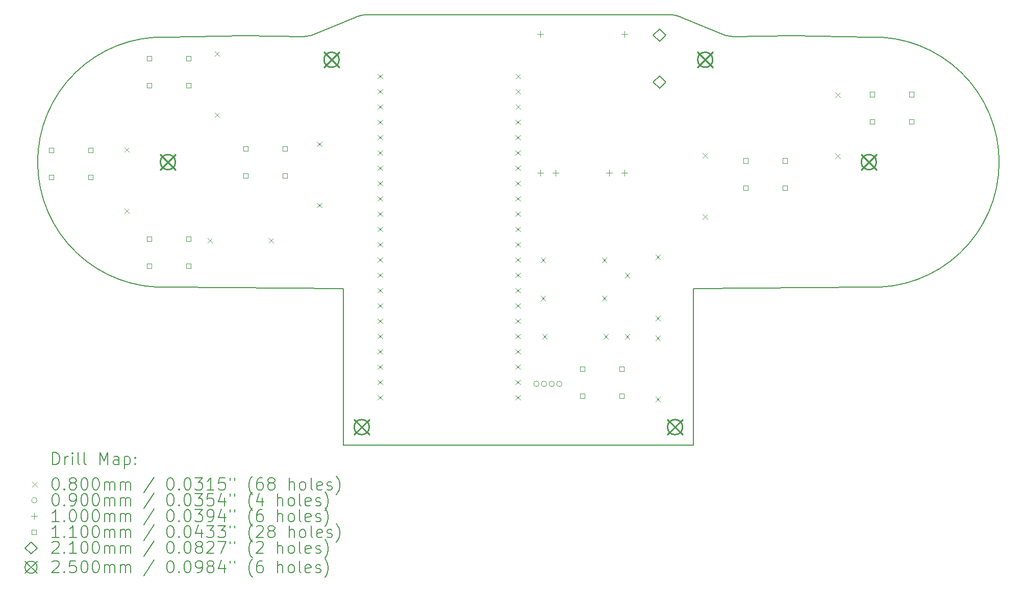
<source format=gbr>
%TF.GenerationSoftware,KiCad,Pcbnew,7.0.10*%
%TF.CreationDate,2024-01-10T22:58:18+01:00*%
%TF.ProjectId,schematic2,73636865-6d61-4746-9963-322e6b696361,V2.0*%
%TF.SameCoordinates,Original*%
%TF.FileFunction,Drillmap*%
%TF.FilePolarity,Positive*%
%FSLAX45Y45*%
G04 Gerber Fmt 4.5, Leading zero omitted, Abs format (unit mm)*
G04 Created by KiCad (PCBNEW 7.0.10) date 2024-01-10 22:58:18*
%MOMM*%
%LPD*%
G01*
G04 APERTURE LIST*
%ADD10C,0.200000*%
%ADD11C,0.100000*%
%ADD12C,0.110000*%
%ADD13C,0.210000*%
%ADD14C,0.250000*%
G04 APERTURE END LIST*
D10*
X7983690Y-2250000D02*
G75*
G03*
X7780621Y-2293094I0J-500000D01*
G01*
X6933690Y-2614005D02*
X5933690Y-2600000D01*
X13933690Y-2600000D02*
G75*
G03*
X14033690Y-2614005I100000J350000D01*
G01*
X14033690Y-2614005D02*
X15033690Y-2600000D01*
X7583690Y-6800000D02*
X7583690Y-9400000D01*
X4652898Y-2623779D02*
G75*
G03*
X4683065Y-6774996I-69208J-2076222D01*
G01*
X7983690Y-2250000D02*
X12983690Y-2250000D01*
X16284315Y-6774996D02*
X13383690Y-6800000D01*
X4652898Y-2623778D02*
X5933690Y-2600000D01*
X4683065Y-6774996D02*
X7583690Y-6800000D01*
X13186759Y-2293094D02*
G75*
G03*
X12983690Y-2250000I-203069J-456906D01*
G01*
X16284315Y-6774996D02*
G75*
G03*
X16314482Y-2623778I99375J2074996D01*
G01*
X13186759Y-2293094D02*
X13933690Y-2600000D01*
X16314482Y-2623778D02*
X15033690Y-2600000D01*
X7583690Y-9400000D02*
X13383690Y-9400000D01*
X6933690Y-2614005D02*
G75*
G03*
X7033690Y-2600000I0J364005D01*
G01*
X13383690Y-6800000D02*
X13383690Y-9400000D01*
X7780621Y-2293094D02*
X7033690Y-2600000D01*
D11*
X3943690Y-4452000D02*
X4023690Y-4532000D01*
X4023690Y-4452000D02*
X3943690Y-4532000D01*
X3943690Y-5468000D02*
X4023690Y-5548000D01*
X4023690Y-5468000D02*
X3943690Y-5548000D01*
X5327690Y-5960000D02*
X5407690Y-6040000D01*
X5407690Y-5960000D02*
X5327690Y-6040000D01*
X5443690Y-2860000D02*
X5523690Y-2940000D01*
X5523690Y-2860000D02*
X5443690Y-2940000D01*
X5443690Y-3876000D02*
X5523690Y-3956000D01*
X5523690Y-3876000D02*
X5443690Y-3956000D01*
X6343690Y-5960000D02*
X6423690Y-6040000D01*
X6423690Y-5960000D02*
X6343690Y-6040000D01*
X7143690Y-4360000D02*
X7223690Y-4440000D01*
X7223690Y-4360000D02*
X7143690Y-4440000D01*
X7143690Y-5376000D02*
X7223690Y-5456000D01*
X7223690Y-5376000D02*
X7143690Y-5456000D01*
X8151190Y-3232500D02*
X8231190Y-3312500D01*
X8231190Y-3232500D02*
X8151190Y-3312500D01*
X8151190Y-3486500D02*
X8231190Y-3566500D01*
X8231190Y-3486500D02*
X8151190Y-3566500D01*
X8151190Y-3740500D02*
X8231190Y-3820500D01*
X8231190Y-3740500D02*
X8151190Y-3820500D01*
X8151190Y-3994500D02*
X8231190Y-4074500D01*
X8231190Y-3994500D02*
X8151190Y-4074500D01*
X8151190Y-4248500D02*
X8231190Y-4328500D01*
X8231190Y-4248500D02*
X8151190Y-4328500D01*
X8151190Y-4502500D02*
X8231190Y-4582500D01*
X8231190Y-4502500D02*
X8151190Y-4582500D01*
X8151190Y-4756500D02*
X8231190Y-4836500D01*
X8231190Y-4756500D02*
X8151190Y-4836500D01*
X8151190Y-5010500D02*
X8231190Y-5090500D01*
X8231190Y-5010500D02*
X8151190Y-5090500D01*
X8151190Y-5264500D02*
X8231190Y-5344500D01*
X8231190Y-5264500D02*
X8151190Y-5344500D01*
X8151190Y-5518500D02*
X8231190Y-5598500D01*
X8231190Y-5518500D02*
X8151190Y-5598500D01*
X8151190Y-5772500D02*
X8231190Y-5852500D01*
X8231190Y-5772500D02*
X8151190Y-5852500D01*
X8151190Y-6026500D02*
X8231190Y-6106500D01*
X8231190Y-6026500D02*
X8151190Y-6106500D01*
X8151190Y-6280500D02*
X8231190Y-6360500D01*
X8231190Y-6280500D02*
X8151190Y-6360500D01*
X8151190Y-6534500D02*
X8231190Y-6614500D01*
X8231190Y-6534500D02*
X8151190Y-6614500D01*
X8151190Y-6788500D02*
X8231190Y-6868500D01*
X8231190Y-6788500D02*
X8151190Y-6868500D01*
X8151190Y-7042500D02*
X8231190Y-7122500D01*
X8231190Y-7042500D02*
X8151190Y-7122500D01*
X8151190Y-7296500D02*
X8231190Y-7376500D01*
X8231190Y-7296500D02*
X8151190Y-7376500D01*
X8151190Y-7550500D02*
X8231190Y-7630500D01*
X8231190Y-7550500D02*
X8151190Y-7630500D01*
X8151190Y-7804500D02*
X8231190Y-7884500D01*
X8231190Y-7804500D02*
X8151190Y-7884500D01*
X8151190Y-8058500D02*
X8231190Y-8138500D01*
X8231190Y-8058500D02*
X8151190Y-8138500D01*
X8151190Y-8312500D02*
X8231190Y-8392500D01*
X8231190Y-8312500D02*
X8151190Y-8392500D01*
X8151190Y-8566500D02*
X8231190Y-8646500D01*
X8231190Y-8566500D02*
X8151190Y-8646500D01*
X10437190Y-3994500D02*
X10517190Y-4074500D01*
X10517190Y-3994500D02*
X10437190Y-4074500D01*
X10437190Y-4248500D02*
X10517190Y-4328500D01*
X10517190Y-4248500D02*
X10437190Y-4328500D01*
X10437190Y-4502500D02*
X10517190Y-4582500D01*
X10517190Y-4502500D02*
X10437190Y-4582500D01*
X10437190Y-4756500D02*
X10517190Y-4836500D01*
X10517190Y-4756500D02*
X10437190Y-4836500D01*
X10437190Y-5010500D02*
X10517190Y-5090500D01*
X10517190Y-5010500D02*
X10437190Y-5090500D01*
X10437190Y-5264500D02*
X10517190Y-5344500D01*
X10517190Y-5264500D02*
X10437190Y-5344500D01*
X10437190Y-5518500D02*
X10517190Y-5598500D01*
X10517190Y-5518500D02*
X10437190Y-5598500D01*
X10437190Y-5772500D02*
X10517190Y-5852500D01*
X10517190Y-5772500D02*
X10437190Y-5852500D01*
X10437190Y-6026500D02*
X10517190Y-6106500D01*
X10517190Y-6026500D02*
X10437190Y-6106500D01*
X10437190Y-6280500D02*
X10517190Y-6360500D01*
X10517190Y-6280500D02*
X10437190Y-6360500D01*
X10437190Y-6534500D02*
X10517190Y-6614500D01*
X10517190Y-6534500D02*
X10437190Y-6614500D01*
X10437190Y-6788500D02*
X10517190Y-6868500D01*
X10517190Y-6788500D02*
X10437190Y-6868500D01*
X10437190Y-7042500D02*
X10517190Y-7122500D01*
X10517190Y-7042500D02*
X10437190Y-7122500D01*
X10437190Y-7296500D02*
X10517190Y-7376500D01*
X10517190Y-7296500D02*
X10437190Y-7376500D01*
X10437190Y-7550500D02*
X10517190Y-7630500D01*
X10517190Y-7550500D02*
X10437190Y-7630500D01*
X10437190Y-7804500D02*
X10517190Y-7884500D01*
X10517190Y-7804500D02*
X10437190Y-7884500D01*
X10437190Y-8058500D02*
X10517190Y-8138500D01*
X10517190Y-8058500D02*
X10437190Y-8138500D01*
X10437190Y-8312500D02*
X10517190Y-8392500D01*
X10517190Y-8312500D02*
X10437190Y-8392500D01*
X10437190Y-8566500D02*
X10517190Y-8646500D01*
X10517190Y-8566500D02*
X10437190Y-8646500D01*
X10437558Y-3232772D02*
X10517558Y-3312772D01*
X10517558Y-3232772D02*
X10437558Y-3312772D01*
X10437558Y-3486772D02*
X10517558Y-3566772D01*
X10517558Y-3486772D02*
X10437558Y-3566772D01*
X10437558Y-3740772D02*
X10517558Y-3820772D01*
X10517558Y-3740772D02*
X10437558Y-3820772D01*
X10856600Y-6285290D02*
X10936600Y-6365290D01*
X10936600Y-6285290D02*
X10856600Y-6365290D01*
X10856600Y-6920290D02*
X10936600Y-7000290D01*
X10936600Y-6920290D02*
X10856600Y-7000290D01*
X10882000Y-7555290D02*
X10962000Y-7635290D01*
X10962000Y-7555290D02*
X10882000Y-7635290D01*
X11872600Y-6285290D02*
X11952600Y-6365290D01*
X11952600Y-6285290D02*
X11872600Y-6365290D01*
X11872600Y-6920290D02*
X11952600Y-7000290D01*
X11952600Y-6920290D02*
X11872600Y-7000290D01*
X11898000Y-7555290D02*
X11978000Y-7635290D01*
X11978000Y-7555290D02*
X11898000Y-7635290D01*
X12253600Y-6539290D02*
X12333600Y-6619290D01*
X12333600Y-6539290D02*
X12253600Y-6619290D01*
X12253600Y-7555290D02*
X12333600Y-7635290D01*
X12333600Y-7555290D02*
X12253600Y-7635290D01*
X12761600Y-6234490D02*
X12841600Y-6314490D01*
X12841600Y-6234490D02*
X12761600Y-6314490D01*
X12761600Y-7250490D02*
X12841600Y-7330490D01*
X12841600Y-7250490D02*
X12761600Y-7330490D01*
X12761600Y-7580690D02*
X12841600Y-7660690D01*
X12841600Y-7580690D02*
X12761600Y-7660690D01*
X12761600Y-8596690D02*
X12841600Y-8676690D01*
X12841600Y-8596690D02*
X12761600Y-8676690D01*
X13543690Y-4552000D02*
X13623690Y-4632000D01*
X13623690Y-4552000D02*
X13543690Y-4632000D01*
X13543690Y-5568000D02*
X13623690Y-5648000D01*
X13623690Y-5568000D02*
X13543690Y-5648000D01*
X15743690Y-3544000D02*
X15823690Y-3624000D01*
X15823690Y-3544000D02*
X15743690Y-3624000D01*
X15743690Y-4560000D02*
X15823690Y-4640000D01*
X15823690Y-4560000D02*
X15743690Y-4640000D01*
X10826990Y-8382690D02*
G75*
G03*
X10736990Y-8382690I-45000J0D01*
G01*
X10736990Y-8382690D02*
G75*
G03*
X10826990Y-8382690I45000J0D01*
G01*
X10953990Y-8382690D02*
G75*
G03*
X10863990Y-8382690I-45000J0D01*
G01*
X10863990Y-8382690D02*
G75*
G03*
X10953990Y-8382690I45000J0D01*
G01*
X11080990Y-8382690D02*
G75*
G03*
X10990990Y-8382690I-45000J0D01*
G01*
X10990990Y-8382690D02*
G75*
G03*
X11080990Y-8382690I45000J0D01*
G01*
X11207990Y-8382690D02*
G75*
G03*
X11117990Y-8382690I-45000J0D01*
G01*
X11117990Y-8382690D02*
G75*
G03*
X11207990Y-8382690I45000J0D01*
G01*
X10845470Y-2527330D02*
X10845470Y-2627330D01*
X10795470Y-2577330D02*
X10895470Y-2577330D01*
X10845470Y-4827330D02*
X10845470Y-4927330D01*
X10795470Y-4877330D02*
X10895470Y-4877330D01*
X11099470Y-4827330D02*
X11099470Y-4927330D01*
X11049470Y-4877330D02*
X11149470Y-4877330D01*
X11991470Y-4827330D02*
X11991470Y-4927330D01*
X11941470Y-4877330D02*
X12041470Y-4877330D01*
X12245470Y-2527330D02*
X12245470Y-2627330D01*
X12195470Y-2577330D02*
X12295470Y-2577330D01*
X12245470Y-4827330D02*
X12245470Y-4927330D01*
X12195470Y-4877330D02*
X12295470Y-4877330D01*
D12*
X2772581Y-4538891D02*
X2772581Y-4461109D01*
X2694799Y-4461109D01*
X2694799Y-4538891D01*
X2772581Y-4538891D01*
X2772581Y-4988891D02*
X2772581Y-4911109D01*
X2694799Y-4911109D01*
X2694799Y-4988891D01*
X2772581Y-4988891D01*
X3422581Y-4538891D02*
X3422581Y-4461109D01*
X3344799Y-4461109D01*
X3344799Y-4538891D01*
X3422581Y-4538891D01*
X3422581Y-4988891D02*
X3422581Y-4911109D01*
X3344799Y-4911109D01*
X3344799Y-4988891D01*
X3422581Y-4988891D01*
X4397581Y-3013891D02*
X4397581Y-2936109D01*
X4319799Y-2936109D01*
X4319799Y-3013891D01*
X4397581Y-3013891D01*
X4397581Y-3463891D02*
X4397581Y-3386109D01*
X4319799Y-3386109D01*
X4319799Y-3463891D01*
X4397581Y-3463891D01*
X4397581Y-6013891D02*
X4397581Y-5936109D01*
X4319799Y-5936109D01*
X4319799Y-6013891D01*
X4397581Y-6013891D01*
X4397581Y-6463891D02*
X4397581Y-6386109D01*
X4319799Y-6386109D01*
X4319799Y-6463891D01*
X4397581Y-6463891D01*
X5047581Y-3013891D02*
X5047581Y-2936109D01*
X4969799Y-2936109D01*
X4969799Y-3013891D01*
X5047581Y-3013891D01*
X5047581Y-3463891D02*
X5047581Y-3386109D01*
X4969799Y-3386109D01*
X4969799Y-3463891D01*
X5047581Y-3463891D01*
X5047581Y-6013891D02*
X5047581Y-5936109D01*
X4969799Y-5936109D01*
X4969799Y-6013891D01*
X5047581Y-6013891D01*
X5047581Y-6463891D02*
X5047581Y-6386109D01*
X4969799Y-6386109D01*
X4969799Y-6463891D01*
X5047581Y-6463891D01*
X5997581Y-4513891D02*
X5997581Y-4436109D01*
X5919799Y-4436109D01*
X5919799Y-4513891D01*
X5997581Y-4513891D01*
X5997581Y-4963891D02*
X5997581Y-4886109D01*
X5919799Y-4886109D01*
X5919799Y-4963891D01*
X5997581Y-4963891D01*
X6647581Y-4513891D02*
X6647581Y-4436109D01*
X6569799Y-4436109D01*
X6569799Y-4513891D01*
X6647581Y-4513891D01*
X6647581Y-4963891D02*
X6647581Y-4886109D01*
X6569799Y-4886109D01*
X6569799Y-4963891D01*
X6647581Y-4963891D01*
X11588081Y-8171181D02*
X11588081Y-8093399D01*
X11510299Y-8093399D01*
X11510299Y-8171181D01*
X11588081Y-8171181D01*
X11588081Y-8621181D02*
X11588081Y-8543399D01*
X11510299Y-8543399D01*
X11510299Y-8621181D01*
X11588081Y-8621181D01*
X12238081Y-8171181D02*
X12238081Y-8093399D01*
X12160299Y-8093399D01*
X12160299Y-8171181D01*
X12238081Y-8171181D01*
X12238081Y-8621181D02*
X12238081Y-8543399D01*
X12160299Y-8543399D01*
X12160299Y-8621181D01*
X12238081Y-8621181D01*
X14297581Y-4713891D02*
X14297581Y-4636109D01*
X14219799Y-4636109D01*
X14219799Y-4713891D01*
X14297581Y-4713891D01*
X14297581Y-5163891D02*
X14297581Y-5086109D01*
X14219799Y-5086109D01*
X14219799Y-5163891D01*
X14297581Y-5163891D01*
X14947581Y-4713891D02*
X14947581Y-4636109D01*
X14869799Y-4636109D01*
X14869799Y-4713891D01*
X14947581Y-4713891D01*
X14947581Y-5163891D02*
X14947581Y-5086109D01*
X14869799Y-5086109D01*
X14869799Y-5163891D01*
X14947581Y-5163891D01*
X16397581Y-3613891D02*
X16397581Y-3536109D01*
X16319799Y-3536109D01*
X16319799Y-3613891D01*
X16397581Y-3613891D01*
X16397581Y-4063891D02*
X16397581Y-3986109D01*
X16319799Y-3986109D01*
X16319799Y-4063891D01*
X16397581Y-4063891D01*
X17047581Y-3613891D02*
X17047581Y-3536109D01*
X16969799Y-3536109D01*
X16969799Y-3613891D01*
X17047581Y-3613891D01*
X17047581Y-4063891D02*
X17047581Y-3986109D01*
X16969799Y-3986109D01*
X16969799Y-4063891D01*
X17047581Y-4063891D01*
D13*
X12827000Y-2696490D02*
X12932000Y-2591490D01*
X12827000Y-2486490D01*
X12722000Y-2591490D01*
X12827000Y-2696490D01*
X12827000Y-3476490D02*
X12932000Y-3371490D01*
X12827000Y-3266490D01*
X12722000Y-3371490D01*
X12827000Y-3476490D01*
D14*
X4542980Y-4574390D02*
X4792980Y-4824390D01*
X4792980Y-4574390D02*
X4542980Y-4824390D01*
X4792980Y-4699390D02*
G75*
G03*
X4542980Y-4699390I-125000J0D01*
G01*
X4542980Y-4699390D02*
G75*
G03*
X4792980Y-4699390I125000J0D01*
G01*
X7258690Y-2875000D02*
X7508690Y-3125000D01*
X7508690Y-2875000D02*
X7258690Y-3125000D01*
X7508690Y-3000000D02*
G75*
G03*
X7258690Y-3000000I-125000J0D01*
G01*
X7258690Y-3000000D02*
G75*
G03*
X7508690Y-3000000I125000J0D01*
G01*
X7758690Y-8975000D02*
X8008690Y-9225000D01*
X8008690Y-8975000D02*
X7758690Y-9225000D01*
X8008690Y-9100000D02*
G75*
G03*
X7758690Y-9100000I-125000J0D01*
G01*
X7758690Y-9100000D02*
G75*
G03*
X8008690Y-9100000I125000J0D01*
G01*
X12958690Y-8975000D02*
X13208690Y-9225000D01*
X13208690Y-8975000D02*
X12958690Y-9225000D01*
X13208690Y-9100000D02*
G75*
G03*
X12958690Y-9100000I-125000J0D01*
G01*
X12958690Y-9100000D02*
G75*
G03*
X13208690Y-9100000I125000J0D01*
G01*
X13458690Y-2875000D02*
X13708690Y-3125000D01*
X13708690Y-2875000D02*
X13458690Y-3125000D01*
X13708690Y-3000000D02*
G75*
G03*
X13458690Y-3000000I-125000J0D01*
G01*
X13458690Y-3000000D02*
G75*
G03*
X13708690Y-3000000I125000J0D01*
G01*
X16174400Y-4574390D02*
X16424400Y-4824390D01*
X16424400Y-4574390D02*
X16174400Y-4824390D01*
X16424400Y-4699390D02*
G75*
G03*
X16174400Y-4699390I-125000J0D01*
G01*
X16174400Y-4699390D02*
G75*
G03*
X16424400Y-4699390I125000J0D01*
G01*
D10*
X2757092Y-9721484D02*
X2757092Y-9521484D01*
X2757092Y-9521484D02*
X2804711Y-9521484D01*
X2804711Y-9521484D02*
X2833283Y-9531008D01*
X2833283Y-9531008D02*
X2852330Y-9550055D01*
X2852330Y-9550055D02*
X2861854Y-9569103D01*
X2861854Y-9569103D02*
X2871378Y-9607198D01*
X2871378Y-9607198D02*
X2871378Y-9635770D01*
X2871378Y-9635770D02*
X2861854Y-9673865D01*
X2861854Y-9673865D02*
X2852330Y-9692912D01*
X2852330Y-9692912D02*
X2833283Y-9711960D01*
X2833283Y-9711960D02*
X2804711Y-9721484D01*
X2804711Y-9721484D02*
X2757092Y-9721484D01*
X2957092Y-9721484D02*
X2957092Y-9588150D01*
X2957092Y-9626246D02*
X2966616Y-9607198D01*
X2966616Y-9607198D02*
X2976140Y-9597674D01*
X2976140Y-9597674D02*
X2995187Y-9588150D01*
X2995187Y-9588150D02*
X3014235Y-9588150D01*
X3080902Y-9721484D02*
X3080902Y-9588150D01*
X3080902Y-9521484D02*
X3071378Y-9531008D01*
X3071378Y-9531008D02*
X3080902Y-9540531D01*
X3080902Y-9540531D02*
X3090425Y-9531008D01*
X3090425Y-9531008D02*
X3080902Y-9521484D01*
X3080902Y-9521484D02*
X3080902Y-9540531D01*
X3204711Y-9721484D02*
X3185663Y-9711960D01*
X3185663Y-9711960D02*
X3176140Y-9692912D01*
X3176140Y-9692912D02*
X3176140Y-9521484D01*
X3309473Y-9721484D02*
X3290425Y-9711960D01*
X3290425Y-9711960D02*
X3280902Y-9692912D01*
X3280902Y-9692912D02*
X3280902Y-9521484D01*
X3538044Y-9721484D02*
X3538044Y-9521484D01*
X3538044Y-9521484D02*
X3604711Y-9664341D01*
X3604711Y-9664341D02*
X3671378Y-9521484D01*
X3671378Y-9521484D02*
X3671378Y-9721484D01*
X3852330Y-9721484D02*
X3852330Y-9616722D01*
X3852330Y-9616722D02*
X3842806Y-9597674D01*
X3842806Y-9597674D02*
X3823759Y-9588150D01*
X3823759Y-9588150D02*
X3785663Y-9588150D01*
X3785663Y-9588150D02*
X3766616Y-9597674D01*
X3852330Y-9711960D02*
X3833283Y-9721484D01*
X3833283Y-9721484D02*
X3785663Y-9721484D01*
X3785663Y-9721484D02*
X3766616Y-9711960D01*
X3766616Y-9711960D02*
X3757092Y-9692912D01*
X3757092Y-9692912D02*
X3757092Y-9673865D01*
X3757092Y-9673865D02*
X3766616Y-9654817D01*
X3766616Y-9654817D02*
X3785663Y-9645293D01*
X3785663Y-9645293D02*
X3833283Y-9645293D01*
X3833283Y-9645293D02*
X3852330Y-9635770D01*
X3947568Y-9588150D02*
X3947568Y-9788150D01*
X3947568Y-9597674D02*
X3966616Y-9588150D01*
X3966616Y-9588150D02*
X4004711Y-9588150D01*
X4004711Y-9588150D02*
X4023759Y-9597674D01*
X4023759Y-9597674D02*
X4033283Y-9607198D01*
X4033283Y-9607198D02*
X4042806Y-9626246D01*
X4042806Y-9626246D02*
X4042806Y-9683389D01*
X4042806Y-9683389D02*
X4033283Y-9702436D01*
X4033283Y-9702436D02*
X4023759Y-9711960D01*
X4023759Y-9711960D02*
X4004711Y-9721484D01*
X4004711Y-9721484D02*
X3966616Y-9721484D01*
X3966616Y-9721484D02*
X3947568Y-9711960D01*
X4128521Y-9702436D02*
X4138044Y-9711960D01*
X4138044Y-9711960D02*
X4128521Y-9721484D01*
X4128521Y-9721484D02*
X4118997Y-9711960D01*
X4118997Y-9711960D02*
X4128521Y-9702436D01*
X4128521Y-9702436D02*
X4128521Y-9721484D01*
X4128521Y-9597674D02*
X4138044Y-9607198D01*
X4138044Y-9607198D02*
X4128521Y-9616722D01*
X4128521Y-9616722D02*
X4118997Y-9607198D01*
X4118997Y-9607198D02*
X4128521Y-9597674D01*
X4128521Y-9597674D02*
X4128521Y-9616722D01*
D11*
X2416315Y-10010000D02*
X2496315Y-10090000D01*
X2496315Y-10010000D02*
X2416315Y-10090000D01*
D10*
X2795187Y-9941484D02*
X2814235Y-9941484D01*
X2814235Y-9941484D02*
X2833283Y-9951008D01*
X2833283Y-9951008D02*
X2842806Y-9960531D01*
X2842806Y-9960531D02*
X2852330Y-9979579D01*
X2852330Y-9979579D02*
X2861854Y-10017674D01*
X2861854Y-10017674D02*
X2861854Y-10065293D01*
X2861854Y-10065293D02*
X2852330Y-10103389D01*
X2852330Y-10103389D02*
X2842806Y-10122436D01*
X2842806Y-10122436D02*
X2833283Y-10131960D01*
X2833283Y-10131960D02*
X2814235Y-10141484D01*
X2814235Y-10141484D02*
X2795187Y-10141484D01*
X2795187Y-10141484D02*
X2776140Y-10131960D01*
X2776140Y-10131960D02*
X2766616Y-10122436D01*
X2766616Y-10122436D02*
X2757092Y-10103389D01*
X2757092Y-10103389D02*
X2747568Y-10065293D01*
X2747568Y-10065293D02*
X2747568Y-10017674D01*
X2747568Y-10017674D02*
X2757092Y-9979579D01*
X2757092Y-9979579D02*
X2766616Y-9960531D01*
X2766616Y-9960531D02*
X2776140Y-9951008D01*
X2776140Y-9951008D02*
X2795187Y-9941484D01*
X2947568Y-10122436D02*
X2957092Y-10131960D01*
X2957092Y-10131960D02*
X2947568Y-10141484D01*
X2947568Y-10141484D02*
X2938044Y-10131960D01*
X2938044Y-10131960D02*
X2947568Y-10122436D01*
X2947568Y-10122436D02*
X2947568Y-10141484D01*
X3071378Y-10027198D02*
X3052330Y-10017674D01*
X3052330Y-10017674D02*
X3042806Y-10008150D01*
X3042806Y-10008150D02*
X3033283Y-9989103D01*
X3033283Y-9989103D02*
X3033283Y-9979579D01*
X3033283Y-9979579D02*
X3042806Y-9960531D01*
X3042806Y-9960531D02*
X3052330Y-9951008D01*
X3052330Y-9951008D02*
X3071378Y-9941484D01*
X3071378Y-9941484D02*
X3109473Y-9941484D01*
X3109473Y-9941484D02*
X3128521Y-9951008D01*
X3128521Y-9951008D02*
X3138044Y-9960531D01*
X3138044Y-9960531D02*
X3147568Y-9979579D01*
X3147568Y-9979579D02*
X3147568Y-9989103D01*
X3147568Y-9989103D02*
X3138044Y-10008150D01*
X3138044Y-10008150D02*
X3128521Y-10017674D01*
X3128521Y-10017674D02*
X3109473Y-10027198D01*
X3109473Y-10027198D02*
X3071378Y-10027198D01*
X3071378Y-10027198D02*
X3052330Y-10036722D01*
X3052330Y-10036722D02*
X3042806Y-10046246D01*
X3042806Y-10046246D02*
X3033283Y-10065293D01*
X3033283Y-10065293D02*
X3033283Y-10103389D01*
X3033283Y-10103389D02*
X3042806Y-10122436D01*
X3042806Y-10122436D02*
X3052330Y-10131960D01*
X3052330Y-10131960D02*
X3071378Y-10141484D01*
X3071378Y-10141484D02*
X3109473Y-10141484D01*
X3109473Y-10141484D02*
X3128521Y-10131960D01*
X3128521Y-10131960D02*
X3138044Y-10122436D01*
X3138044Y-10122436D02*
X3147568Y-10103389D01*
X3147568Y-10103389D02*
X3147568Y-10065293D01*
X3147568Y-10065293D02*
X3138044Y-10046246D01*
X3138044Y-10046246D02*
X3128521Y-10036722D01*
X3128521Y-10036722D02*
X3109473Y-10027198D01*
X3271378Y-9941484D02*
X3290425Y-9941484D01*
X3290425Y-9941484D02*
X3309473Y-9951008D01*
X3309473Y-9951008D02*
X3318997Y-9960531D01*
X3318997Y-9960531D02*
X3328521Y-9979579D01*
X3328521Y-9979579D02*
X3338044Y-10017674D01*
X3338044Y-10017674D02*
X3338044Y-10065293D01*
X3338044Y-10065293D02*
X3328521Y-10103389D01*
X3328521Y-10103389D02*
X3318997Y-10122436D01*
X3318997Y-10122436D02*
X3309473Y-10131960D01*
X3309473Y-10131960D02*
X3290425Y-10141484D01*
X3290425Y-10141484D02*
X3271378Y-10141484D01*
X3271378Y-10141484D02*
X3252330Y-10131960D01*
X3252330Y-10131960D02*
X3242806Y-10122436D01*
X3242806Y-10122436D02*
X3233283Y-10103389D01*
X3233283Y-10103389D02*
X3223759Y-10065293D01*
X3223759Y-10065293D02*
X3223759Y-10017674D01*
X3223759Y-10017674D02*
X3233283Y-9979579D01*
X3233283Y-9979579D02*
X3242806Y-9960531D01*
X3242806Y-9960531D02*
X3252330Y-9951008D01*
X3252330Y-9951008D02*
X3271378Y-9941484D01*
X3461854Y-9941484D02*
X3480902Y-9941484D01*
X3480902Y-9941484D02*
X3499949Y-9951008D01*
X3499949Y-9951008D02*
X3509473Y-9960531D01*
X3509473Y-9960531D02*
X3518997Y-9979579D01*
X3518997Y-9979579D02*
X3528521Y-10017674D01*
X3528521Y-10017674D02*
X3528521Y-10065293D01*
X3528521Y-10065293D02*
X3518997Y-10103389D01*
X3518997Y-10103389D02*
X3509473Y-10122436D01*
X3509473Y-10122436D02*
X3499949Y-10131960D01*
X3499949Y-10131960D02*
X3480902Y-10141484D01*
X3480902Y-10141484D02*
X3461854Y-10141484D01*
X3461854Y-10141484D02*
X3442806Y-10131960D01*
X3442806Y-10131960D02*
X3433283Y-10122436D01*
X3433283Y-10122436D02*
X3423759Y-10103389D01*
X3423759Y-10103389D02*
X3414235Y-10065293D01*
X3414235Y-10065293D02*
X3414235Y-10017674D01*
X3414235Y-10017674D02*
X3423759Y-9979579D01*
X3423759Y-9979579D02*
X3433283Y-9960531D01*
X3433283Y-9960531D02*
X3442806Y-9951008D01*
X3442806Y-9951008D02*
X3461854Y-9941484D01*
X3614235Y-10141484D02*
X3614235Y-10008150D01*
X3614235Y-10027198D02*
X3623759Y-10017674D01*
X3623759Y-10017674D02*
X3642806Y-10008150D01*
X3642806Y-10008150D02*
X3671378Y-10008150D01*
X3671378Y-10008150D02*
X3690425Y-10017674D01*
X3690425Y-10017674D02*
X3699949Y-10036722D01*
X3699949Y-10036722D02*
X3699949Y-10141484D01*
X3699949Y-10036722D02*
X3709473Y-10017674D01*
X3709473Y-10017674D02*
X3728521Y-10008150D01*
X3728521Y-10008150D02*
X3757092Y-10008150D01*
X3757092Y-10008150D02*
X3776140Y-10017674D01*
X3776140Y-10017674D02*
X3785664Y-10036722D01*
X3785664Y-10036722D02*
X3785664Y-10141484D01*
X3880902Y-10141484D02*
X3880902Y-10008150D01*
X3880902Y-10027198D02*
X3890425Y-10017674D01*
X3890425Y-10017674D02*
X3909473Y-10008150D01*
X3909473Y-10008150D02*
X3938045Y-10008150D01*
X3938045Y-10008150D02*
X3957092Y-10017674D01*
X3957092Y-10017674D02*
X3966616Y-10036722D01*
X3966616Y-10036722D02*
X3966616Y-10141484D01*
X3966616Y-10036722D02*
X3976140Y-10017674D01*
X3976140Y-10017674D02*
X3995187Y-10008150D01*
X3995187Y-10008150D02*
X4023759Y-10008150D01*
X4023759Y-10008150D02*
X4042806Y-10017674D01*
X4042806Y-10017674D02*
X4052330Y-10036722D01*
X4052330Y-10036722D02*
X4052330Y-10141484D01*
X4442807Y-9931960D02*
X4271378Y-10189103D01*
X4699949Y-9941484D02*
X4718997Y-9941484D01*
X4718997Y-9941484D02*
X4738045Y-9951008D01*
X4738045Y-9951008D02*
X4747569Y-9960531D01*
X4747569Y-9960531D02*
X4757092Y-9979579D01*
X4757092Y-9979579D02*
X4766616Y-10017674D01*
X4766616Y-10017674D02*
X4766616Y-10065293D01*
X4766616Y-10065293D02*
X4757092Y-10103389D01*
X4757092Y-10103389D02*
X4747569Y-10122436D01*
X4747569Y-10122436D02*
X4738045Y-10131960D01*
X4738045Y-10131960D02*
X4718997Y-10141484D01*
X4718997Y-10141484D02*
X4699949Y-10141484D01*
X4699949Y-10141484D02*
X4680902Y-10131960D01*
X4680902Y-10131960D02*
X4671378Y-10122436D01*
X4671378Y-10122436D02*
X4661854Y-10103389D01*
X4661854Y-10103389D02*
X4652330Y-10065293D01*
X4652330Y-10065293D02*
X4652330Y-10017674D01*
X4652330Y-10017674D02*
X4661854Y-9979579D01*
X4661854Y-9979579D02*
X4671378Y-9960531D01*
X4671378Y-9960531D02*
X4680902Y-9951008D01*
X4680902Y-9951008D02*
X4699949Y-9941484D01*
X4852330Y-10122436D02*
X4861854Y-10131960D01*
X4861854Y-10131960D02*
X4852330Y-10141484D01*
X4852330Y-10141484D02*
X4842807Y-10131960D01*
X4842807Y-10131960D02*
X4852330Y-10122436D01*
X4852330Y-10122436D02*
X4852330Y-10141484D01*
X4985664Y-9941484D02*
X5004711Y-9941484D01*
X5004711Y-9941484D02*
X5023759Y-9951008D01*
X5023759Y-9951008D02*
X5033283Y-9960531D01*
X5033283Y-9960531D02*
X5042807Y-9979579D01*
X5042807Y-9979579D02*
X5052330Y-10017674D01*
X5052330Y-10017674D02*
X5052330Y-10065293D01*
X5052330Y-10065293D02*
X5042807Y-10103389D01*
X5042807Y-10103389D02*
X5033283Y-10122436D01*
X5033283Y-10122436D02*
X5023759Y-10131960D01*
X5023759Y-10131960D02*
X5004711Y-10141484D01*
X5004711Y-10141484D02*
X4985664Y-10141484D01*
X4985664Y-10141484D02*
X4966616Y-10131960D01*
X4966616Y-10131960D02*
X4957092Y-10122436D01*
X4957092Y-10122436D02*
X4947569Y-10103389D01*
X4947569Y-10103389D02*
X4938045Y-10065293D01*
X4938045Y-10065293D02*
X4938045Y-10017674D01*
X4938045Y-10017674D02*
X4947569Y-9979579D01*
X4947569Y-9979579D02*
X4957092Y-9960531D01*
X4957092Y-9960531D02*
X4966616Y-9951008D01*
X4966616Y-9951008D02*
X4985664Y-9941484D01*
X5118997Y-9941484D02*
X5242807Y-9941484D01*
X5242807Y-9941484D02*
X5176140Y-10017674D01*
X5176140Y-10017674D02*
X5204711Y-10017674D01*
X5204711Y-10017674D02*
X5223759Y-10027198D01*
X5223759Y-10027198D02*
X5233283Y-10036722D01*
X5233283Y-10036722D02*
X5242807Y-10055770D01*
X5242807Y-10055770D02*
X5242807Y-10103389D01*
X5242807Y-10103389D02*
X5233283Y-10122436D01*
X5233283Y-10122436D02*
X5223759Y-10131960D01*
X5223759Y-10131960D02*
X5204711Y-10141484D01*
X5204711Y-10141484D02*
X5147569Y-10141484D01*
X5147569Y-10141484D02*
X5128521Y-10131960D01*
X5128521Y-10131960D02*
X5118997Y-10122436D01*
X5433283Y-10141484D02*
X5318997Y-10141484D01*
X5376140Y-10141484D02*
X5376140Y-9941484D01*
X5376140Y-9941484D02*
X5357092Y-9970055D01*
X5357092Y-9970055D02*
X5338045Y-9989103D01*
X5338045Y-9989103D02*
X5318997Y-9998627D01*
X5614235Y-9941484D02*
X5518997Y-9941484D01*
X5518997Y-9941484D02*
X5509473Y-10036722D01*
X5509473Y-10036722D02*
X5518997Y-10027198D01*
X5518997Y-10027198D02*
X5538045Y-10017674D01*
X5538045Y-10017674D02*
X5585664Y-10017674D01*
X5585664Y-10017674D02*
X5604711Y-10027198D01*
X5604711Y-10027198D02*
X5614235Y-10036722D01*
X5614235Y-10036722D02*
X5623759Y-10055770D01*
X5623759Y-10055770D02*
X5623759Y-10103389D01*
X5623759Y-10103389D02*
X5614235Y-10122436D01*
X5614235Y-10122436D02*
X5604711Y-10131960D01*
X5604711Y-10131960D02*
X5585664Y-10141484D01*
X5585664Y-10141484D02*
X5538045Y-10141484D01*
X5538045Y-10141484D02*
X5518997Y-10131960D01*
X5518997Y-10131960D02*
X5509473Y-10122436D01*
X5699949Y-9941484D02*
X5699949Y-9979579D01*
X5776140Y-9941484D02*
X5776140Y-9979579D01*
X6071378Y-10217674D02*
X6061854Y-10208150D01*
X6061854Y-10208150D02*
X6042807Y-10179579D01*
X6042807Y-10179579D02*
X6033283Y-10160531D01*
X6033283Y-10160531D02*
X6023759Y-10131960D01*
X6023759Y-10131960D02*
X6014235Y-10084341D01*
X6014235Y-10084341D02*
X6014235Y-10046246D01*
X6014235Y-10046246D02*
X6023759Y-9998627D01*
X6023759Y-9998627D02*
X6033283Y-9970055D01*
X6033283Y-9970055D02*
X6042807Y-9951008D01*
X6042807Y-9951008D02*
X6061854Y-9922436D01*
X6061854Y-9922436D02*
X6071378Y-9912912D01*
X6233283Y-9941484D02*
X6195188Y-9941484D01*
X6195188Y-9941484D02*
X6176140Y-9951008D01*
X6176140Y-9951008D02*
X6166616Y-9960531D01*
X6166616Y-9960531D02*
X6147569Y-9989103D01*
X6147569Y-9989103D02*
X6138045Y-10027198D01*
X6138045Y-10027198D02*
X6138045Y-10103389D01*
X6138045Y-10103389D02*
X6147569Y-10122436D01*
X6147569Y-10122436D02*
X6157092Y-10131960D01*
X6157092Y-10131960D02*
X6176140Y-10141484D01*
X6176140Y-10141484D02*
X6214235Y-10141484D01*
X6214235Y-10141484D02*
X6233283Y-10131960D01*
X6233283Y-10131960D02*
X6242807Y-10122436D01*
X6242807Y-10122436D02*
X6252330Y-10103389D01*
X6252330Y-10103389D02*
X6252330Y-10055770D01*
X6252330Y-10055770D02*
X6242807Y-10036722D01*
X6242807Y-10036722D02*
X6233283Y-10027198D01*
X6233283Y-10027198D02*
X6214235Y-10017674D01*
X6214235Y-10017674D02*
X6176140Y-10017674D01*
X6176140Y-10017674D02*
X6157092Y-10027198D01*
X6157092Y-10027198D02*
X6147569Y-10036722D01*
X6147569Y-10036722D02*
X6138045Y-10055770D01*
X6366616Y-10027198D02*
X6347569Y-10017674D01*
X6347569Y-10017674D02*
X6338045Y-10008150D01*
X6338045Y-10008150D02*
X6328521Y-9989103D01*
X6328521Y-9989103D02*
X6328521Y-9979579D01*
X6328521Y-9979579D02*
X6338045Y-9960531D01*
X6338045Y-9960531D02*
X6347569Y-9951008D01*
X6347569Y-9951008D02*
X6366616Y-9941484D01*
X6366616Y-9941484D02*
X6404711Y-9941484D01*
X6404711Y-9941484D02*
X6423759Y-9951008D01*
X6423759Y-9951008D02*
X6433283Y-9960531D01*
X6433283Y-9960531D02*
X6442807Y-9979579D01*
X6442807Y-9979579D02*
X6442807Y-9989103D01*
X6442807Y-9989103D02*
X6433283Y-10008150D01*
X6433283Y-10008150D02*
X6423759Y-10017674D01*
X6423759Y-10017674D02*
X6404711Y-10027198D01*
X6404711Y-10027198D02*
X6366616Y-10027198D01*
X6366616Y-10027198D02*
X6347569Y-10036722D01*
X6347569Y-10036722D02*
X6338045Y-10046246D01*
X6338045Y-10046246D02*
X6328521Y-10065293D01*
X6328521Y-10065293D02*
X6328521Y-10103389D01*
X6328521Y-10103389D02*
X6338045Y-10122436D01*
X6338045Y-10122436D02*
X6347569Y-10131960D01*
X6347569Y-10131960D02*
X6366616Y-10141484D01*
X6366616Y-10141484D02*
X6404711Y-10141484D01*
X6404711Y-10141484D02*
X6423759Y-10131960D01*
X6423759Y-10131960D02*
X6433283Y-10122436D01*
X6433283Y-10122436D02*
X6442807Y-10103389D01*
X6442807Y-10103389D02*
X6442807Y-10065293D01*
X6442807Y-10065293D02*
X6433283Y-10046246D01*
X6433283Y-10046246D02*
X6423759Y-10036722D01*
X6423759Y-10036722D02*
X6404711Y-10027198D01*
X6680902Y-10141484D02*
X6680902Y-9941484D01*
X6766616Y-10141484D02*
X6766616Y-10036722D01*
X6766616Y-10036722D02*
X6757092Y-10017674D01*
X6757092Y-10017674D02*
X6738045Y-10008150D01*
X6738045Y-10008150D02*
X6709473Y-10008150D01*
X6709473Y-10008150D02*
X6690426Y-10017674D01*
X6690426Y-10017674D02*
X6680902Y-10027198D01*
X6890426Y-10141484D02*
X6871378Y-10131960D01*
X6871378Y-10131960D02*
X6861854Y-10122436D01*
X6861854Y-10122436D02*
X6852331Y-10103389D01*
X6852331Y-10103389D02*
X6852331Y-10046246D01*
X6852331Y-10046246D02*
X6861854Y-10027198D01*
X6861854Y-10027198D02*
X6871378Y-10017674D01*
X6871378Y-10017674D02*
X6890426Y-10008150D01*
X6890426Y-10008150D02*
X6918997Y-10008150D01*
X6918997Y-10008150D02*
X6938045Y-10017674D01*
X6938045Y-10017674D02*
X6947569Y-10027198D01*
X6947569Y-10027198D02*
X6957092Y-10046246D01*
X6957092Y-10046246D02*
X6957092Y-10103389D01*
X6957092Y-10103389D02*
X6947569Y-10122436D01*
X6947569Y-10122436D02*
X6938045Y-10131960D01*
X6938045Y-10131960D02*
X6918997Y-10141484D01*
X6918997Y-10141484D02*
X6890426Y-10141484D01*
X7071378Y-10141484D02*
X7052331Y-10131960D01*
X7052331Y-10131960D02*
X7042807Y-10112912D01*
X7042807Y-10112912D02*
X7042807Y-9941484D01*
X7223759Y-10131960D02*
X7204712Y-10141484D01*
X7204712Y-10141484D02*
X7166616Y-10141484D01*
X7166616Y-10141484D02*
X7147569Y-10131960D01*
X7147569Y-10131960D02*
X7138045Y-10112912D01*
X7138045Y-10112912D02*
X7138045Y-10036722D01*
X7138045Y-10036722D02*
X7147569Y-10017674D01*
X7147569Y-10017674D02*
X7166616Y-10008150D01*
X7166616Y-10008150D02*
X7204712Y-10008150D01*
X7204712Y-10008150D02*
X7223759Y-10017674D01*
X7223759Y-10017674D02*
X7233283Y-10036722D01*
X7233283Y-10036722D02*
X7233283Y-10055770D01*
X7233283Y-10055770D02*
X7138045Y-10074817D01*
X7309473Y-10131960D02*
X7328521Y-10141484D01*
X7328521Y-10141484D02*
X7366616Y-10141484D01*
X7366616Y-10141484D02*
X7385664Y-10131960D01*
X7385664Y-10131960D02*
X7395188Y-10112912D01*
X7395188Y-10112912D02*
X7395188Y-10103389D01*
X7395188Y-10103389D02*
X7385664Y-10084341D01*
X7385664Y-10084341D02*
X7366616Y-10074817D01*
X7366616Y-10074817D02*
X7338045Y-10074817D01*
X7338045Y-10074817D02*
X7318997Y-10065293D01*
X7318997Y-10065293D02*
X7309473Y-10046246D01*
X7309473Y-10046246D02*
X7309473Y-10036722D01*
X7309473Y-10036722D02*
X7318997Y-10017674D01*
X7318997Y-10017674D02*
X7338045Y-10008150D01*
X7338045Y-10008150D02*
X7366616Y-10008150D01*
X7366616Y-10008150D02*
X7385664Y-10017674D01*
X7461854Y-10217674D02*
X7471378Y-10208150D01*
X7471378Y-10208150D02*
X7490426Y-10179579D01*
X7490426Y-10179579D02*
X7499950Y-10160531D01*
X7499950Y-10160531D02*
X7509473Y-10131960D01*
X7509473Y-10131960D02*
X7518997Y-10084341D01*
X7518997Y-10084341D02*
X7518997Y-10046246D01*
X7518997Y-10046246D02*
X7509473Y-9998627D01*
X7509473Y-9998627D02*
X7499950Y-9970055D01*
X7499950Y-9970055D02*
X7490426Y-9951008D01*
X7490426Y-9951008D02*
X7471378Y-9922436D01*
X7471378Y-9922436D02*
X7461854Y-9912912D01*
D11*
X2496315Y-10314000D02*
G75*
G03*
X2406315Y-10314000I-45000J0D01*
G01*
X2406315Y-10314000D02*
G75*
G03*
X2496315Y-10314000I45000J0D01*
G01*
D10*
X2795187Y-10205484D02*
X2814235Y-10205484D01*
X2814235Y-10205484D02*
X2833283Y-10215008D01*
X2833283Y-10215008D02*
X2842806Y-10224531D01*
X2842806Y-10224531D02*
X2852330Y-10243579D01*
X2852330Y-10243579D02*
X2861854Y-10281674D01*
X2861854Y-10281674D02*
X2861854Y-10329293D01*
X2861854Y-10329293D02*
X2852330Y-10367389D01*
X2852330Y-10367389D02*
X2842806Y-10386436D01*
X2842806Y-10386436D02*
X2833283Y-10395960D01*
X2833283Y-10395960D02*
X2814235Y-10405484D01*
X2814235Y-10405484D02*
X2795187Y-10405484D01*
X2795187Y-10405484D02*
X2776140Y-10395960D01*
X2776140Y-10395960D02*
X2766616Y-10386436D01*
X2766616Y-10386436D02*
X2757092Y-10367389D01*
X2757092Y-10367389D02*
X2747568Y-10329293D01*
X2747568Y-10329293D02*
X2747568Y-10281674D01*
X2747568Y-10281674D02*
X2757092Y-10243579D01*
X2757092Y-10243579D02*
X2766616Y-10224531D01*
X2766616Y-10224531D02*
X2776140Y-10215008D01*
X2776140Y-10215008D02*
X2795187Y-10205484D01*
X2947568Y-10386436D02*
X2957092Y-10395960D01*
X2957092Y-10395960D02*
X2947568Y-10405484D01*
X2947568Y-10405484D02*
X2938044Y-10395960D01*
X2938044Y-10395960D02*
X2947568Y-10386436D01*
X2947568Y-10386436D02*
X2947568Y-10405484D01*
X3052330Y-10405484D02*
X3090425Y-10405484D01*
X3090425Y-10405484D02*
X3109473Y-10395960D01*
X3109473Y-10395960D02*
X3118997Y-10386436D01*
X3118997Y-10386436D02*
X3138044Y-10357865D01*
X3138044Y-10357865D02*
X3147568Y-10319770D01*
X3147568Y-10319770D02*
X3147568Y-10243579D01*
X3147568Y-10243579D02*
X3138044Y-10224531D01*
X3138044Y-10224531D02*
X3128521Y-10215008D01*
X3128521Y-10215008D02*
X3109473Y-10205484D01*
X3109473Y-10205484D02*
X3071378Y-10205484D01*
X3071378Y-10205484D02*
X3052330Y-10215008D01*
X3052330Y-10215008D02*
X3042806Y-10224531D01*
X3042806Y-10224531D02*
X3033283Y-10243579D01*
X3033283Y-10243579D02*
X3033283Y-10291198D01*
X3033283Y-10291198D02*
X3042806Y-10310246D01*
X3042806Y-10310246D02*
X3052330Y-10319770D01*
X3052330Y-10319770D02*
X3071378Y-10329293D01*
X3071378Y-10329293D02*
X3109473Y-10329293D01*
X3109473Y-10329293D02*
X3128521Y-10319770D01*
X3128521Y-10319770D02*
X3138044Y-10310246D01*
X3138044Y-10310246D02*
X3147568Y-10291198D01*
X3271378Y-10205484D02*
X3290425Y-10205484D01*
X3290425Y-10205484D02*
X3309473Y-10215008D01*
X3309473Y-10215008D02*
X3318997Y-10224531D01*
X3318997Y-10224531D02*
X3328521Y-10243579D01*
X3328521Y-10243579D02*
X3338044Y-10281674D01*
X3338044Y-10281674D02*
X3338044Y-10329293D01*
X3338044Y-10329293D02*
X3328521Y-10367389D01*
X3328521Y-10367389D02*
X3318997Y-10386436D01*
X3318997Y-10386436D02*
X3309473Y-10395960D01*
X3309473Y-10395960D02*
X3290425Y-10405484D01*
X3290425Y-10405484D02*
X3271378Y-10405484D01*
X3271378Y-10405484D02*
X3252330Y-10395960D01*
X3252330Y-10395960D02*
X3242806Y-10386436D01*
X3242806Y-10386436D02*
X3233283Y-10367389D01*
X3233283Y-10367389D02*
X3223759Y-10329293D01*
X3223759Y-10329293D02*
X3223759Y-10281674D01*
X3223759Y-10281674D02*
X3233283Y-10243579D01*
X3233283Y-10243579D02*
X3242806Y-10224531D01*
X3242806Y-10224531D02*
X3252330Y-10215008D01*
X3252330Y-10215008D02*
X3271378Y-10205484D01*
X3461854Y-10205484D02*
X3480902Y-10205484D01*
X3480902Y-10205484D02*
X3499949Y-10215008D01*
X3499949Y-10215008D02*
X3509473Y-10224531D01*
X3509473Y-10224531D02*
X3518997Y-10243579D01*
X3518997Y-10243579D02*
X3528521Y-10281674D01*
X3528521Y-10281674D02*
X3528521Y-10329293D01*
X3528521Y-10329293D02*
X3518997Y-10367389D01*
X3518997Y-10367389D02*
X3509473Y-10386436D01*
X3509473Y-10386436D02*
X3499949Y-10395960D01*
X3499949Y-10395960D02*
X3480902Y-10405484D01*
X3480902Y-10405484D02*
X3461854Y-10405484D01*
X3461854Y-10405484D02*
X3442806Y-10395960D01*
X3442806Y-10395960D02*
X3433283Y-10386436D01*
X3433283Y-10386436D02*
X3423759Y-10367389D01*
X3423759Y-10367389D02*
X3414235Y-10329293D01*
X3414235Y-10329293D02*
X3414235Y-10281674D01*
X3414235Y-10281674D02*
X3423759Y-10243579D01*
X3423759Y-10243579D02*
X3433283Y-10224531D01*
X3433283Y-10224531D02*
X3442806Y-10215008D01*
X3442806Y-10215008D02*
X3461854Y-10205484D01*
X3614235Y-10405484D02*
X3614235Y-10272150D01*
X3614235Y-10291198D02*
X3623759Y-10281674D01*
X3623759Y-10281674D02*
X3642806Y-10272150D01*
X3642806Y-10272150D02*
X3671378Y-10272150D01*
X3671378Y-10272150D02*
X3690425Y-10281674D01*
X3690425Y-10281674D02*
X3699949Y-10300722D01*
X3699949Y-10300722D02*
X3699949Y-10405484D01*
X3699949Y-10300722D02*
X3709473Y-10281674D01*
X3709473Y-10281674D02*
X3728521Y-10272150D01*
X3728521Y-10272150D02*
X3757092Y-10272150D01*
X3757092Y-10272150D02*
X3776140Y-10281674D01*
X3776140Y-10281674D02*
X3785664Y-10300722D01*
X3785664Y-10300722D02*
X3785664Y-10405484D01*
X3880902Y-10405484D02*
X3880902Y-10272150D01*
X3880902Y-10291198D02*
X3890425Y-10281674D01*
X3890425Y-10281674D02*
X3909473Y-10272150D01*
X3909473Y-10272150D02*
X3938045Y-10272150D01*
X3938045Y-10272150D02*
X3957092Y-10281674D01*
X3957092Y-10281674D02*
X3966616Y-10300722D01*
X3966616Y-10300722D02*
X3966616Y-10405484D01*
X3966616Y-10300722D02*
X3976140Y-10281674D01*
X3976140Y-10281674D02*
X3995187Y-10272150D01*
X3995187Y-10272150D02*
X4023759Y-10272150D01*
X4023759Y-10272150D02*
X4042806Y-10281674D01*
X4042806Y-10281674D02*
X4052330Y-10300722D01*
X4052330Y-10300722D02*
X4052330Y-10405484D01*
X4442807Y-10195960D02*
X4271378Y-10453103D01*
X4699949Y-10205484D02*
X4718997Y-10205484D01*
X4718997Y-10205484D02*
X4738045Y-10215008D01*
X4738045Y-10215008D02*
X4747569Y-10224531D01*
X4747569Y-10224531D02*
X4757092Y-10243579D01*
X4757092Y-10243579D02*
X4766616Y-10281674D01*
X4766616Y-10281674D02*
X4766616Y-10329293D01*
X4766616Y-10329293D02*
X4757092Y-10367389D01*
X4757092Y-10367389D02*
X4747569Y-10386436D01*
X4747569Y-10386436D02*
X4738045Y-10395960D01*
X4738045Y-10395960D02*
X4718997Y-10405484D01*
X4718997Y-10405484D02*
X4699949Y-10405484D01*
X4699949Y-10405484D02*
X4680902Y-10395960D01*
X4680902Y-10395960D02*
X4671378Y-10386436D01*
X4671378Y-10386436D02*
X4661854Y-10367389D01*
X4661854Y-10367389D02*
X4652330Y-10329293D01*
X4652330Y-10329293D02*
X4652330Y-10281674D01*
X4652330Y-10281674D02*
X4661854Y-10243579D01*
X4661854Y-10243579D02*
X4671378Y-10224531D01*
X4671378Y-10224531D02*
X4680902Y-10215008D01*
X4680902Y-10215008D02*
X4699949Y-10205484D01*
X4852330Y-10386436D02*
X4861854Y-10395960D01*
X4861854Y-10395960D02*
X4852330Y-10405484D01*
X4852330Y-10405484D02*
X4842807Y-10395960D01*
X4842807Y-10395960D02*
X4852330Y-10386436D01*
X4852330Y-10386436D02*
X4852330Y-10405484D01*
X4985664Y-10205484D02*
X5004711Y-10205484D01*
X5004711Y-10205484D02*
X5023759Y-10215008D01*
X5023759Y-10215008D02*
X5033283Y-10224531D01*
X5033283Y-10224531D02*
X5042807Y-10243579D01*
X5042807Y-10243579D02*
X5052330Y-10281674D01*
X5052330Y-10281674D02*
X5052330Y-10329293D01*
X5052330Y-10329293D02*
X5042807Y-10367389D01*
X5042807Y-10367389D02*
X5033283Y-10386436D01*
X5033283Y-10386436D02*
X5023759Y-10395960D01*
X5023759Y-10395960D02*
X5004711Y-10405484D01*
X5004711Y-10405484D02*
X4985664Y-10405484D01*
X4985664Y-10405484D02*
X4966616Y-10395960D01*
X4966616Y-10395960D02*
X4957092Y-10386436D01*
X4957092Y-10386436D02*
X4947569Y-10367389D01*
X4947569Y-10367389D02*
X4938045Y-10329293D01*
X4938045Y-10329293D02*
X4938045Y-10281674D01*
X4938045Y-10281674D02*
X4947569Y-10243579D01*
X4947569Y-10243579D02*
X4957092Y-10224531D01*
X4957092Y-10224531D02*
X4966616Y-10215008D01*
X4966616Y-10215008D02*
X4985664Y-10205484D01*
X5118997Y-10205484D02*
X5242807Y-10205484D01*
X5242807Y-10205484D02*
X5176140Y-10281674D01*
X5176140Y-10281674D02*
X5204711Y-10281674D01*
X5204711Y-10281674D02*
X5223759Y-10291198D01*
X5223759Y-10291198D02*
X5233283Y-10300722D01*
X5233283Y-10300722D02*
X5242807Y-10319770D01*
X5242807Y-10319770D02*
X5242807Y-10367389D01*
X5242807Y-10367389D02*
X5233283Y-10386436D01*
X5233283Y-10386436D02*
X5223759Y-10395960D01*
X5223759Y-10395960D02*
X5204711Y-10405484D01*
X5204711Y-10405484D02*
X5147569Y-10405484D01*
X5147569Y-10405484D02*
X5128521Y-10395960D01*
X5128521Y-10395960D02*
X5118997Y-10386436D01*
X5423759Y-10205484D02*
X5328521Y-10205484D01*
X5328521Y-10205484D02*
X5318997Y-10300722D01*
X5318997Y-10300722D02*
X5328521Y-10291198D01*
X5328521Y-10291198D02*
X5347569Y-10281674D01*
X5347569Y-10281674D02*
X5395188Y-10281674D01*
X5395188Y-10281674D02*
X5414235Y-10291198D01*
X5414235Y-10291198D02*
X5423759Y-10300722D01*
X5423759Y-10300722D02*
X5433283Y-10319770D01*
X5433283Y-10319770D02*
X5433283Y-10367389D01*
X5433283Y-10367389D02*
X5423759Y-10386436D01*
X5423759Y-10386436D02*
X5414235Y-10395960D01*
X5414235Y-10395960D02*
X5395188Y-10405484D01*
X5395188Y-10405484D02*
X5347569Y-10405484D01*
X5347569Y-10405484D02*
X5328521Y-10395960D01*
X5328521Y-10395960D02*
X5318997Y-10386436D01*
X5604711Y-10272150D02*
X5604711Y-10405484D01*
X5557092Y-10195960D02*
X5509473Y-10338817D01*
X5509473Y-10338817D02*
X5633283Y-10338817D01*
X5699949Y-10205484D02*
X5699949Y-10243579D01*
X5776140Y-10205484D02*
X5776140Y-10243579D01*
X6071378Y-10481674D02*
X6061854Y-10472150D01*
X6061854Y-10472150D02*
X6042807Y-10443579D01*
X6042807Y-10443579D02*
X6033283Y-10424531D01*
X6033283Y-10424531D02*
X6023759Y-10395960D01*
X6023759Y-10395960D02*
X6014235Y-10348341D01*
X6014235Y-10348341D02*
X6014235Y-10310246D01*
X6014235Y-10310246D02*
X6023759Y-10262627D01*
X6023759Y-10262627D02*
X6033283Y-10234055D01*
X6033283Y-10234055D02*
X6042807Y-10215008D01*
X6042807Y-10215008D02*
X6061854Y-10186436D01*
X6061854Y-10186436D02*
X6071378Y-10176912D01*
X6233283Y-10272150D02*
X6233283Y-10405484D01*
X6185664Y-10195960D02*
X6138045Y-10338817D01*
X6138045Y-10338817D02*
X6261854Y-10338817D01*
X6490426Y-10405484D02*
X6490426Y-10205484D01*
X6576140Y-10405484D02*
X6576140Y-10300722D01*
X6576140Y-10300722D02*
X6566616Y-10281674D01*
X6566616Y-10281674D02*
X6547569Y-10272150D01*
X6547569Y-10272150D02*
X6518997Y-10272150D01*
X6518997Y-10272150D02*
X6499950Y-10281674D01*
X6499950Y-10281674D02*
X6490426Y-10291198D01*
X6699950Y-10405484D02*
X6680902Y-10395960D01*
X6680902Y-10395960D02*
X6671378Y-10386436D01*
X6671378Y-10386436D02*
X6661854Y-10367389D01*
X6661854Y-10367389D02*
X6661854Y-10310246D01*
X6661854Y-10310246D02*
X6671378Y-10291198D01*
X6671378Y-10291198D02*
X6680902Y-10281674D01*
X6680902Y-10281674D02*
X6699950Y-10272150D01*
X6699950Y-10272150D02*
X6728521Y-10272150D01*
X6728521Y-10272150D02*
X6747569Y-10281674D01*
X6747569Y-10281674D02*
X6757092Y-10291198D01*
X6757092Y-10291198D02*
X6766616Y-10310246D01*
X6766616Y-10310246D02*
X6766616Y-10367389D01*
X6766616Y-10367389D02*
X6757092Y-10386436D01*
X6757092Y-10386436D02*
X6747569Y-10395960D01*
X6747569Y-10395960D02*
X6728521Y-10405484D01*
X6728521Y-10405484D02*
X6699950Y-10405484D01*
X6880902Y-10405484D02*
X6861854Y-10395960D01*
X6861854Y-10395960D02*
X6852331Y-10376912D01*
X6852331Y-10376912D02*
X6852331Y-10205484D01*
X7033283Y-10395960D02*
X7014235Y-10405484D01*
X7014235Y-10405484D02*
X6976140Y-10405484D01*
X6976140Y-10405484D02*
X6957092Y-10395960D01*
X6957092Y-10395960D02*
X6947569Y-10376912D01*
X6947569Y-10376912D02*
X6947569Y-10300722D01*
X6947569Y-10300722D02*
X6957092Y-10281674D01*
X6957092Y-10281674D02*
X6976140Y-10272150D01*
X6976140Y-10272150D02*
X7014235Y-10272150D01*
X7014235Y-10272150D02*
X7033283Y-10281674D01*
X7033283Y-10281674D02*
X7042807Y-10300722D01*
X7042807Y-10300722D02*
X7042807Y-10319770D01*
X7042807Y-10319770D02*
X6947569Y-10338817D01*
X7118997Y-10395960D02*
X7138045Y-10405484D01*
X7138045Y-10405484D02*
X7176140Y-10405484D01*
X7176140Y-10405484D02*
X7195188Y-10395960D01*
X7195188Y-10395960D02*
X7204712Y-10376912D01*
X7204712Y-10376912D02*
X7204712Y-10367389D01*
X7204712Y-10367389D02*
X7195188Y-10348341D01*
X7195188Y-10348341D02*
X7176140Y-10338817D01*
X7176140Y-10338817D02*
X7147569Y-10338817D01*
X7147569Y-10338817D02*
X7128521Y-10329293D01*
X7128521Y-10329293D02*
X7118997Y-10310246D01*
X7118997Y-10310246D02*
X7118997Y-10300722D01*
X7118997Y-10300722D02*
X7128521Y-10281674D01*
X7128521Y-10281674D02*
X7147569Y-10272150D01*
X7147569Y-10272150D02*
X7176140Y-10272150D01*
X7176140Y-10272150D02*
X7195188Y-10281674D01*
X7271378Y-10481674D02*
X7280902Y-10472150D01*
X7280902Y-10472150D02*
X7299950Y-10443579D01*
X7299950Y-10443579D02*
X7309473Y-10424531D01*
X7309473Y-10424531D02*
X7318997Y-10395960D01*
X7318997Y-10395960D02*
X7328521Y-10348341D01*
X7328521Y-10348341D02*
X7328521Y-10310246D01*
X7328521Y-10310246D02*
X7318997Y-10262627D01*
X7318997Y-10262627D02*
X7309473Y-10234055D01*
X7309473Y-10234055D02*
X7299950Y-10215008D01*
X7299950Y-10215008D02*
X7280902Y-10186436D01*
X7280902Y-10186436D02*
X7271378Y-10176912D01*
D11*
X2446315Y-10528000D02*
X2446315Y-10628000D01*
X2396315Y-10578000D02*
X2496315Y-10578000D01*
D10*
X2861854Y-10669484D02*
X2747568Y-10669484D01*
X2804711Y-10669484D02*
X2804711Y-10469484D01*
X2804711Y-10469484D02*
X2785664Y-10498055D01*
X2785664Y-10498055D02*
X2766616Y-10517103D01*
X2766616Y-10517103D02*
X2747568Y-10526627D01*
X2947568Y-10650436D02*
X2957092Y-10659960D01*
X2957092Y-10659960D02*
X2947568Y-10669484D01*
X2947568Y-10669484D02*
X2938044Y-10659960D01*
X2938044Y-10659960D02*
X2947568Y-10650436D01*
X2947568Y-10650436D02*
X2947568Y-10669484D01*
X3080902Y-10469484D02*
X3099949Y-10469484D01*
X3099949Y-10469484D02*
X3118997Y-10479008D01*
X3118997Y-10479008D02*
X3128521Y-10488531D01*
X3128521Y-10488531D02*
X3138044Y-10507579D01*
X3138044Y-10507579D02*
X3147568Y-10545674D01*
X3147568Y-10545674D02*
X3147568Y-10593293D01*
X3147568Y-10593293D02*
X3138044Y-10631389D01*
X3138044Y-10631389D02*
X3128521Y-10650436D01*
X3128521Y-10650436D02*
X3118997Y-10659960D01*
X3118997Y-10659960D02*
X3099949Y-10669484D01*
X3099949Y-10669484D02*
X3080902Y-10669484D01*
X3080902Y-10669484D02*
X3061854Y-10659960D01*
X3061854Y-10659960D02*
X3052330Y-10650436D01*
X3052330Y-10650436D02*
X3042806Y-10631389D01*
X3042806Y-10631389D02*
X3033283Y-10593293D01*
X3033283Y-10593293D02*
X3033283Y-10545674D01*
X3033283Y-10545674D02*
X3042806Y-10507579D01*
X3042806Y-10507579D02*
X3052330Y-10488531D01*
X3052330Y-10488531D02*
X3061854Y-10479008D01*
X3061854Y-10479008D02*
X3080902Y-10469484D01*
X3271378Y-10469484D02*
X3290425Y-10469484D01*
X3290425Y-10469484D02*
X3309473Y-10479008D01*
X3309473Y-10479008D02*
X3318997Y-10488531D01*
X3318997Y-10488531D02*
X3328521Y-10507579D01*
X3328521Y-10507579D02*
X3338044Y-10545674D01*
X3338044Y-10545674D02*
X3338044Y-10593293D01*
X3338044Y-10593293D02*
X3328521Y-10631389D01*
X3328521Y-10631389D02*
X3318997Y-10650436D01*
X3318997Y-10650436D02*
X3309473Y-10659960D01*
X3309473Y-10659960D02*
X3290425Y-10669484D01*
X3290425Y-10669484D02*
X3271378Y-10669484D01*
X3271378Y-10669484D02*
X3252330Y-10659960D01*
X3252330Y-10659960D02*
X3242806Y-10650436D01*
X3242806Y-10650436D02*
X3233283Y-10631389D01*
X3233283Y-10631389D02*
X3223759Y-10593293D01*
X3223759Y-10593293D02*
X3223759Y-10545674D01*
X3223759Y-10545674D02*
X3233283Y-10507579D01*
X3233283Y-10507579D02*
X3242806Y-10488531D01*
X3242806Y-10488531D02*
X3252330Y-10479008D01*
X3252330Y-10479008D02*
X3271378Y-10469484D01*
X3461854Y-10469484D02*
X3480902Y-10469484D01*
X3480902Y-10469484D02*
X3499949Y-10479008D01*
X3499949Y-10479008D02*
X3509473Y-10488531D01*
X3509473Y-10488531D02*
X3518997Y-10507579D01*
X3518997Y-10507579D02*
X3528521Y-10545674D01*
X3528521Y-10545674D02*
X3528521Y-10593293D01*
X3528521Y-10593293D02*
X3518997Y-10631389D01*
X3518997Y-10631389D02*
X3509473Y-10650436D01*
X3509473Y-10650436D02*
X3499949Y-10659960D01*
X3499949Y-10659960D02*
X3480902Y-10669484D01*
X3480902Y-10669484D02*
X3461854Y-10669484D01*
X3461854Y-10669484D02*
X3442806Y-10659960D01*
X3442806Y-10659960D02*
X3433283Y-10650436D01*
X3433283Y-10650436D02*
X3423759Y-10631389D01*
X3423759Y-10631389D02*
X3414235Y-10593293D01*
X3414235Y-10593293D02*
X3414235Y-10545674D01*
X3414235Y-10545674D02*
X3423759Y-10507579D01*
X3423759Y-10507579D02*
X3433283Y-10488531D01*
X3433283Y-10488531D02*
X3442806Y-10479008D01*
X3442806Y-10479008D02*
X3461854Y-10469484D01*
X3614235Y-10669484D02*
X3614235Y-10536150D01*
X3614235Y-10555198D02*
X3623759Y-10545674D01*
X3623759Y-10545674D02*
X3642806Y-10536150D01*
X3642806Y-10536150D02*
X3671378Y-10536150D01*
X3671378Y-10536150D02*
X3690425Y-10545674D01*
X3690425Y-10545674D02*
X3699949Y-10564722D01*
X3699949Y-10564722D02*
X3699949Y-10669484D01*
X3699949Y-10564722D02*
X3709473Y-10545674D01*
X3709473Y-10545674D02*
X3728521Y-10536150D01*
X3728521Y-10536150D02*
X3757092Y-10536150D01*
X3757092Y-10536150D02*
X3776140Y-10545674D01*
X3776140Y-10545674D02*
X3785664Y-10564722D01*
X3785664Y-10564722D02*
X3785664Y-10669484D01*
X3880902Y-10669484D02*
X3880902Y-10536150D01*
X3880902Y-10555198D02*
X3890425Y-10545674D01*
X3890425Y-10545674D02*
X3909473Y-10536150D01*
X3909473Y-10536150D02*
X3938045Y-10536150D01*
X3938045Y-10536150D02*
X3957092Y-10545674D01*
X3957092Y-10545674D02*
X3966616Y-10564722D01*
X3966616Y-10564722D02*
X3966616Y-10669484D01*
X3966616Y-10564722D02*
X3976140Y-10545674D01*
X3976140Y-10545674D02*
X3995187Y-10536150D01*
X3995187Y-10536150D02*
X4023759Y-10536150D01*
X4023759Y-10536150D02*
X4042806Y-10545674D01*
X4042806Y-10545674D02*
X4052330Y-10564722D01*
X4052330Y-10564722D02*
X4052330Y-10669484D01*
X4442807Y-10459960D02*
X4271378Y-10717103D01*
X4699949Y-10469484D02*
X4718997Y-10469484D01*
X4718997Y-10469484D02*
X4738045Y-10479008D01*
X4738045Y-10479008D02*
X4747569Y-10488531D01*
X4747569Y-10488531D02*
X4757092Y-10507579D01*
X4757092Y-10507579D02*
X4766616Y-10545674D01*
X4766616Y-10545674D02*
X4766616Y-10593293D01*
X4766616Y-10593293D02*
X4757092Y-10631389D01*
X4757092Y-10631389D02*
X4747569Y-10650436D01*
X4747569Y-10650436D02*
X4738045Y-10659960D01*
X4738045Y-10659960D02*
X4718997Y-10669484D01*
X4718997Y-10669484D02*
X4699949Y-10669484D01*
X4699949Y-10669484D02*
X4680902Y-10659960D01*
X4680902Y-10659960D02*
X4671378Y-10650436D01*
X4671378Y-10650436D02*
X4661854Y-10631389D01*
X4661854Y-10631389D02*
X4652330Y-10593293D01*
X4652330Y-10593293D02*
X4652330Y-10545674D01*
X4652330Y-10545674D02*
X4661854Y-10507579D01*
X4661854Y-10507579D02*
X4671378Y-10488531D01*
X4671378Y-10488531D02*
X4680902Y-10479008D01*
X4680902Y-10479008D02*
X4699949Y-10469484D01*
X4852330Y-10650436D02*
X4861854Y-10659960D01*
X4861854Y-10659960D02*
X4852330Y-10669484D01*
X4852330Y-10669484D02*
X4842807Y-10659960D01*
X4842807Y-10659960D02*
X4852330Y-10650436D01*
X4852330Y-10650436D02*
X4852330Y-10669484D01*
X4985664Y-10469484D02*
X5004711Y-10469484D01*
X5004711Y-10469484D02*
X5023759Y-10479008D01*
X5023759Y-10479008D02*
X5033283Y-10488531D01*
X5033283Y-10488531D02*
X5042807Y-10507579D01*
X5042807Y-10507579D02*
X5052330Y-10545674D01*
X5052330Y-10545674D02*
X5052330Y-10593293D01*
X5052330Y-10593293D02*
X5042807Y-10631389D01*
X5042807Y-10631389D02*
X5033283Y-10650436D01*
X5033283Y-10650436D02*
X5023759Y-10659960D01*
X5023759Y-10659960D02*
X5004711Y-10669484D01*
X5004711Y-10669484D02*
X4985664Y-10669484D01*
X4985664Y-10669484D02*
X4966616Y-10659960D01*
X4966616Y-10659960D02*
X4957092Y-10650436D01*
X4957092Y-10650436D02*
X4947569Y-10631389D01*
X4947569Y-10631389D02*
X4938045Y-10593293D01*
X4938045Y-10593293D02*
X4938045Y-10545674D01*
X4938045Y-10545674D02*
X4947569Y-10507579D01*
X4947569Y-10507579D02*
X4957092Y-10488531D01*
X4957092Y-10488531D02*
X4966616Y-10479008D01*
X4966616Y-10479008D02*
X4985664Y-10469484D01*
X5118997Y-10469484D02*
X5242807Y-10469484D01*
X5242807Y-10469484D02*
X5176140Y-10545674D01*
X5176140Y-10545674D02*
X5204711Y-10545674D01*
X5204711Y-10545674D02*
X5223759Y-10555198D01*
X5223759Y-10555198D02*
X5233283Y-10564722D01*
X5233283Y-10564722D02*
X5242807Y-10583770D01*
X5242807Y-10583770D02*
X5242807Y-10631389D01*
X5242807Y-10631389D02*
X5233283Y-10650436D01*
X5233283Y-10650436D02*
X5223759Y-10659960D01*
X5223759Y-10659960D02*
X5204711Y-10669484D01*
X5204711Y-10669484D02*
X5147569Y-10669484D01*
X5147569Y-10669484D02*
X5128521Y-10659960D01*
X5128521Y-10659960D02*
X5118997Y-10650436D01*
X5338045Y-10669484D02*
X5376140Y-10669484D01*
X5376140Y-10669484D02*
X5395188Y-10659960D01*
X5395188Y-10659960D02*
X5404711Y-10650436D01*
X5404711Y-10650436D02*
X5423759Y-10621865D01*
X5423759Y-10621865D02*
X5433283Y-10583770D01*
X5433283Y-10583770D02*
X5433283Y-10507579D01*
X5433283Y-10507579D02*
X5423759Y-10488531D01*
X5423759Y-10488531D02*
X5414235Y-10479008D01*
X5414235Y-10479008D02*
X5395188Y-10469484D01*
X5395188Y-10469484D02*
X5357092Y-10469484D01*
X5357092Y-10469484D02*
X5338045Y-10479008D01*
X5338045Y-10479008D02*
X5328521Y-10488531D01*
X5328521Y-10488531D02*
X5318997Y-10507579D01*
X5318997Y-10507579D02*
X5318997Y-10555198D01*
X5318997Y-10555198D02*
X5328521Y-10574246D01*
X5328521Y-10574246D02*
X5338045Y-10583770D01*
X5338045Y-10583770D02*
X5357092Y-10593293D01*
X5357092Y-10593293D02*
X5395188Y-10593293D01*
X5395188Y-10593293D02*
X5414235Y-10583770D01*
X5414235Y-10583770D02*
X5423759Y-10574246D01*
X5423759Y-10574246D02*
X5433283Y-10555198D01*
X5604711Y-10536150D02*
X5604711Y-10669484D01*
X5557092Y-10459960D02*
X5509473Y-10602817D01*
X5509473Y-10602817D02*
X5633283Y-10602817D01*
X5699949Y-10469484D02*
X5699949Y-10507579D01*
X5776140Y-10469484D02*
X5776140Y-10507579D01*
X6071378Y-10745674D02*
X6061854Y-10736150D01*
X6061854Y-10736150D02*
X6042807Y-10707579D01*
X6042807Y-10707579D02*
X6033283Y-10688531D01*
X6033283Y-10688531D02*
X6023759Y-10659960D01*
X6023759Y-10659960D02*
X6014235Y-10612341D01*
X6014235Y-10612341D02*
X6014235Y-10574246D01*
X6014235Y-10574246D02*
X6023759Y-10526627D01*
X6023759Y-10526627D02*
X6033283Y-10498055D01*
X6033283Y-10498055D02*
X6042807Y-10479008D01*
X6042807Y-10479008D02*
X6061854Y-10450436D01*
X6061854Y-10450436D02*
X6071378Y-10440912D01*
X6233283Y-10469484D02*
X6195188Y-10469484D01*
X6195188Y-10469484D02*
X6176140Y-10479008D01*
X6176140Y-10479008D02*
X6166616Y-10488531D01*
X6166616Y-10488531D02*
X6147569Y-10517103D01*
X6147569Y-10517103D02*
X6138045Y-10555198D01*
X6138045Y-10555198D02*
X6138045Y-10631389D01*
X6138045Y-10631389D02*
X6147569Y-10650436D01*
X6147569Y-10650436D02*
X6157092Y-10659960D01*
X6157092Y-10659960D02*
X6176140Y-10669484D01*
X6176140Y-10669484D02*
X6214235Y-10669484D01*
X6214235Y-10669484D02*
X6233283Y-10659960D01*
X6233283Y-10659960D02*
X6242807Y-10650436D01*
X6242807Y-10650436D02*
X6252330Y-10631389D01*
X6252330Y-10631389D02*
X6252330Y-10583770D01*
X6252330Y-10583770D02*
X6242807Y-10564722D01*
X6242807Y-10564722D02*
X6233283Y-10555198D01*
X6233283Y-10555198D02*
X6214235Y-10545674D01*
X6214235Y-10545674D02*
X6176140Y-10545674D01*
X6176140Y-10545674D02*
X6157092Y-10555198D01*
X6157092Y-10555198D02*
X6147569Y-10564722D01*
X6147569Y-10564722D02*
X6138045Y-10583770D01*
X6490426Y-10669484D02*
X6490426Y-10469484D01*
X6576140Y-10669484D02*
X6576140Y-10564722D01*
X6576140Y-10564722D02*
X6566616Y-10545674D01*
X6566616Y-10545674D02*
X6547569Y-10536150D01*
X6547569Y-10536150D02*
X6518997Y-10536150D01*
X6518997Y-10536150D02*
X6499950Y-10545674D01*
X6499950Y-10545674D02*
X6490426Y-10555198D01*
X6699950Y-10669484D02*
X6680902Y-10659960D01*
X6680902Y-10659960D02*
X6671378Y-10650436D01*
X6671378Y-10650436D02*
X6661854Y-10631389D01*
X6661854Y-10631389D02*
X6661854Y-10574246D01*
X6661854Y-10574246D02*
X6671378Y-10555198D01*
X6671378Y-10555198D02*
X6680902Y-10545674D01*
X6680902Y-10545674D02*
X6699950Y-10536150D01*
X6699950Y-10536150D02*
X6728521Y-10536150D01*
X6728521Y-10536150D02*
X6747569Y-10545674D01*
X6747569Y-10545674D02*
X6757092Y-10555198D01*
X6757092Y-10555198D02*
X6766616Y-10574246D01*
X6766616Y-10574246D02*
X6766616Y-10631389D01*
X6766616Y-10631389D02*
X6757092Y-10650436D01*
X6757092Y-10650436D02*
X6747569Y-10659960D01*
X6747569Y-10659960D02*
X6728521Y-10669484D01*
X6728521Y-10669484D02*
X6699950Y-10669484D01*
X6880902Y-10669484D02*
X6861854Y-10659960D01*
X6861854Y-10659960D02*
X6852331Y-10640912D01*
X6852331Y-10640912D02*
X6852331Y-10469484D01*
X7033283Y-10659960D02*
X7014235Y-10669484D01*
X7014235Y-10669484D02*
X6976140Y-10669484D01*
X6976140Y-10669484D02*
X6957092Y-10659960D01*
X6957092Y-10659960D02*
X6947569Y-10640912D01*
X6947569Y-10640912D02*
X6947569Y-10564722D01*
X6947569Y-10564722D02*
X6957092Y-10545674D01*
X6957092Y-10545674D02*
X6976140Y-10536150D01*
X6976140Y-10536150D02*
X7014235Y-10536150D01*
X7014235Y-10536150D02*
X7033283Y-10545674D01*
X7033283Y-10545674D02*
X7042807Y-10564722D01*
X7042807Y-10564722D02*
X7042807Y-10583770D01*
X7042807Y-10583770D02*
X6947569Y-10602817D01*
X7118997Y-10659960D02*
X7138045Y-10669484D01*
X7138045Y-10669484D02*
X7176140Y-10669484D01*
X7176140Y-10669484D02*
X7195188Y-10659960D01*
X7195188Y-10659960D02*
X7204712Y-10640912D01*
X7204712Y-10640912D02*
X7204712Y-10631389D01*
X7204712Y-10631389D02*
X7195188Y-10612341D01*
X7195188Y-10612341D02*
X7176140Y-10602817D01*
X7176140Y-10602817D02*
X7147569Y-10602817D01*
X7147569Y-10602817D02*
X7128521Y-10593293D01*
X7128521Y-10593293D02*
X7118997Y-10574246D01*
X7118997Y-10574246D02*
X7118997Y-10564722D01*
X7118997Y-10564722D02*
X7128521Y-10545674D01*
X7128521Y-10545674D02*
X7147569Y-10536150D01*
X7147569Y-10536150D02*
X7176140Y-10536150D01*
X7176140Y-10536150D02*
X7195188Y-10545674D01*
X7271378Y-10745674D02*
X7280902Y-10736150D01*
X7280902Y-10736150D02*
X7299950Y-10707579D01*
X7299950Y-10707579D02*
X7309473Y-10688531D01*
X7309473Y-10688531D02*
X7318997Y-10659960D01*
X7318997Y-10659960D02*
X7328521Y-10612341D01*
X7328521Y-10612341D02*
X7328521Y-10574246D01*
X7328521Y-10574246D02*
X7318997Y-10526627D01*
X7318997Y-10526627D02*
X7309473Y-10498055D01*
X7309473Y-10498055D02*
X7299950Y-10479008D01*
X7299950Y-10479008D02*
X7280902Y-10450436D01*
X7280902Y-10450436D02*
X7271378Y-10440912D01*
D12*
X2480207Y-10880891D02*
X2480207Y-10803109D01*
X2402424Y-10803109D01*
X2402424Y-10880891D01*
X2480207Y-10880891D01*
D10*
X2861854Y-10933484D02*
X2747568Y-10933484D01*
X2804711Y-10933484D02*
X2804711Y-10733484D01*
X2804711Y-10733484D02*
X2785664Y-10762055D01*
X2785664Y-10762055D02*
X2766616Y-10781103D01*
X2766616Y-10781103D02*
X2747568Y-10790627D01*
X2947568Y-10914436D02*
X2957092Y-10923960D01*
X2957092Y-10923960D02*
X2947568Y-10933484D01*
X2947568Y-10933484D02*
X2938044Y-10923960D01*
X2938044Y-10923960D02*
X2947568Y-10914436D01*
X2947568Y-10914436D02*
X2947568Y-10933484D01*
X3147568Y-10933484D02*
X3033283Y-10933484D01*
X3090425Y-10933484D02*
X3090425Y-10733484D01*
X3090425Y-10733484D02*
X3071378Y-10762055D01*
X3071378Y-10762055D02*
X3052330Y-10781103D01*
X3052330Y-10781103D02*
X3033283Y-10790627D01*
X3271378Y-10733484D02*
X3290425Y-10733484D01*
X3290425Y-10733484D02*
X3309473Y-10743008D01*
X3309473Y-10743008D02*
X3318997Y-10752531D01*
X3318997Y-10752531D02*
X3328521Y-10771579D01*
X3328521Y-10771579D02*
X3338044Y-10809674D01*
X3338044Y-10809674D02*
X3338044Y-10857293D01*
X3338044Y-10857293D02*
X3328521Y-10895389D01*
X3328521Y-10895389D02*
X3318997Y-10914436D01*
X3318997Y-10914436D02*
X3309473Y-10923960D01*
X3309473Y-10923960D02*
X3290425Y-10933484D01*
X3290425Y-10933484D02*
X3271378Y-10933484D01*
X3271378Y-10933484D02*
X3252330Y-10923960D01*
X3252330Y-10923960D02*
X3242806Y-10914436D01*
X3242806Y-10914436D02*
X3233283Y-10895389D01*
X3233283Y-10895389D02*
X3223759Y-10857293D01*
X3223759Y-10857293D02*
X3223759Y-10809674D01*
X3223759Y-10809674D02*
X3233283Y-10771579D01*
X3233283Y-10771579D02*
X3242806Y-10752531D01*
X3242806Y-10752531D02*
X3252330Y-10743008D01*
X3252330Y-10743008D02*
X3271378Y-10733484D01*
X3461854Y-10733484D02*
X3480902Y-10733484D01*
X3480902Y-10733484D02*
X3499949Y-10743008D01*
X3499949Y-10743008D02*
X3509473Y-10752531D01*
X3509473Y-10752531D02*
X3518997Y-10771579D01*
X3518997Y-10771579D02*
X3528521Y-10809674D01*
X3528521Y-10809674D02*
X3528521Y-10857293D01*
X3528521Y-10857293D02*
X3518997Y-10895389D01*
X3518997Y-10895389D02*
X3509473Y-10914436D01*
X3509473Y-10914436D02*
X3499949Y-10923960D01*
X3499949Y-10923960D02*
X3480902Y-10933484D01*
X3480902Y-10933484D02*
X3461854Y-10933484D01*
X3461854Y-10933484D02*
X3442806Y-10923960D01*
X3442806Y-10923960D02*
X3433283Y-10914436D01*
X3433283Y-10914436D02*
X3423759Y-10895389D01*
X3423759Y-10895389D02*
X3414235Y-10857293D01*
X3414235Y-10857293D02*
X3414235Y-10809674D01*
X3414235Y-10809674D02*
X3423759Y-10771579D01*
X3423759Y-10771579D02*
X3433283Y-10752531D01*
X3433283Y-10752531D02*
X3442806Y-10743008D01*
X3442806Y-10743008D02*
X3461854Y-10733484D01*
X3614235Y-10933484D02*
X3614235Y-10800150D01*
X3614235Y-10819198D02*
X3623759Y-10809674D01*
X3623759Y-10809674D02*
X3642806Y-10800150D01*
X3642806Y-10800150D02*
X3671378Y-10800150D01*
X3671378Y-10800150D02*
X3690425Y-10809674D01*
X3690425Y-10809674D02*
X3699949Y-10828722D01*
X3699949Y-10828722D02*
X3699949Y-10933484D01*
X3699949Y-10828722D02*
X3709473Y-10809674D01*
X3709473Y-10809674D02*
X3728521Y-10800150D01*
X3728521Y-10800150D02*
X3757092Y-10800150D01*
X3757092Y-10800150D02*
X3776140Y-10809674D01*
X3776140Y-10809674D02*
X3785664Y-10828722D01*
X3785664Y-10828722D02*
X3785664Y-10933484D01*
X3880902Y-10933484D02*
X3880902Y-10800150D01*
X3880902Y-10819198D02*
X3890425Y-10809674D01*
X3890425Y-10809674D02*
X3909473Y-10800150D01*
X3909473Y-10800150D02*
X3938045Y-10800150D01*
X3938045Y-10800150D02*
X3957092Y-10809674D01*
X3957092Y-10809674D02*
X3966616Y-10828722D01*
X3966616Y-10828722D02*
X3966616Y-10933484D01*
X3966616Y-10828722D02*
X3976140Y-10809674D01*
X3976140Y-10809674D02*
X3995187Y-10800150D01*
X3995187Y-10800150D02*
X4023759Y-10800150D01*
X4023759Y-10800150D02*
X4042806Y-10809674D01*
X4042806Y-10809674D02*
X4052330Y-10828722D01*
X4052330Y-10828722D02*
X4052330Y-10933484D01*
X4442807Y-10723960D02*
X4271378Y-10981103D01*
X4699949Y-10733484D02*
X4718997Y-10733484D01*
X4718997Y-10733484D02*
X4738045Y-10743008D01*
X4738045Y-10743008D02*
X4747569Y-10752531D01*
X4747569Y-10752531D02*
X4757092Y-10771579D01*
X4757092Y-10771579D02*
X4766616Y-10809674D01*
X4766616Y-10809674D02*
X4766616Y-10857293D01*
X4766616Y-10857293D02*
X4757092Y-10895389D01*
X4757092Y-10895389D02*
X4747569Y-10914436D01*
X4747569Y-10914436D02*
X4738045Y-10923960D01*
X4738045Y-10923960D02*
X4718997Y-10933484D01*
X4718997Y-10933484D02*
X4699949Y-10933484D01*
X4699949Y-10933484D02*
X4680902Y-10923960D01*
X4680902Y-10923960D02*
X4671378Y-10914436D01*
X4671378Y-10914436D02*
X4661854Y-10895389D01*
X4661854Y-10895389D02*
X4652330Y-10857293D01*
X4652330Y-10857293D02*
X4652330Y-10809674D01*
X4652330Y-10809674D02*
X4661854Y-10771579D01*
X4661854Y-10771579D02*
X4671378Y-10752531D01*
X4671378Y-10752531D02*
X4680902Y-10743008D01*
X4680902Y-10743008D02*
X4699949Y-10733484D01*
X4852330Y-10914436D02*
X4861854Y-10923960D01*
X4861854Y-10923960D02*
X4852330Y-10933484D01*
X4852330Y-10933484D02*
X4842807Y-10923960D01*
X4842807Y-10923960D02*
X4852330Y-10914436D01*
X4852330Y-10914436D02*
X4852330Y-10933484D01*
X4985664Y-10733484D02*
X5004711Y-10733484D01*
X5004711Y-10733484D02*
X5023759Y-10743008D01*
X5023759Y-10743008D02*
X5033283Y-10752531D01*
X5033283Y-10752531D02*
X5042807Y-10771579D01*
X5042807Y-10771579D02*
X5052330Y-10809674D01*
X5052330Y-10809674D02*
X5052330Y-10857293D01*
X5052330Y-10857293D02*
X5042807Y-10895389D01*
X5042807Y-10895389D02*
X5033283Y-10914436D01*
X5033283Y-10914436D02*
X5023759Y-10923960D01*
X5023759Y-10923960D02*
X5004711Y-10933484D01*
X5004711Y-10933484D02*
X4985664Y-10933484D01*
X4985664Y-10933484D02*
X4966616Y-10923960D01*
X4966616Y-10923960D02*
X4957092Y-10914436D01*
X4957092Y-10914436D02*
X4947569Y-10895389D01*
X4947569Y-10895389D02*
X4938045Y-10857293D01*
X4938045Y-10857293D02*
X4938045Y-10809674D01*
X4938045Y-10809674D02*
X4947569Y-10771579D01*
X4947569Y-10771579D02*
X4957092Y-10752531D01*
X4957092Y-10752531D02*
X4966616Y-10743008D01*
X4966616Y-10743008D02*
X4985664Y-10733484D01*
X5223759Y-10800150D02*
X5223759Y-10933484D01*
X5176140Y-10723960D02*
X5128521Y-10866817D01*
X5128521Y-10866817D02*
X5252330Y-10866817D01*
X5309473Y-10733484D02*
X5433283Y-10733484D01*
X5433283Y-10733484D02*
X5366616Y-10809674D01*
X5366616Y-10809674D02*
X5395188Y-10809674D01*
X5395188Y-10809674D02*
X5414235Y-10819198D01*
X5414235Y-10819198D02*
X5423759Y-10828722D01*
X5423759Y-10828722D02*
X5433283Y-10847770D01*
X5433283Y-10847770D02*
X5433283Y-10895389D01*
X5433283Y-10895389D02*
X5423759Y-10914436D01*
X5423759Y-10914436D02*
X5414235Y-10923960D01*
X5414235Y-10923960D02*
X5395188Y-10933484D01*
X5395188Y-10933484D02*
X5338045Y-10933484D01*
X5338045Y-10933484D02*
X5318997Y-10923960D01*
X5318997Y-10923960D02*
X5309473Y-10914436D01*
X5499950Y-10733484D02*
X5623759Y-10733484D01*
X5623759Y-10733484D02*
X5557092Y-10809674D01*
X5557092Y-10809674D02*
X5585664Y-10809674D01*
X5585664Y-10809674D02*
X5604711Y-10819198D01*
X5604711Y-10819198D02*
X5614235Y-10828722D01*
X5614235Y-10828722D02*
X5623759Y-10847770D01*
X5623759Y-10847770D02*
X5623759Y-10895389D01*
X5623759Y-10895389D02*
X5614235Y-10914436D01*
X5614235Y-10914436D02*
X5604711Y-10923960D01*
X5604711Y-10923960D02*
X5585664Y-10933484D01*
X5585664Y-10933484D02*
X5528521Y-10933484D01*
X5528521Y-10933484D02*
X5509473Y-10923960D01*
X5509473Y-10923960D02*
X5499950Y-10914436D01*
X5699949Y-10733484D02*
X5699949Y-10771579D01*
X5776140Y-10733484D02*
X5776140Y-10771579D01*
X6071378Y-11009674D02*
X6061854Y-11000150D01*
X6061854Y-11000150D02*
X6042807Y-10971579D01*
X6042807Y-10971579D02*
X6033283Y-10952531D01*
X6033283Y-10952531D02*
X6023759Y-10923960D01*
X6023759Y-10923960D02*
X6014235Y-10876341D01*
X6014235Y-10876341D02*
X6014235Y-10838246D01*
X6014235Y-10838246D02*
X6023759Y-10790627D01*
X6023759Y-10790627D02*
X6033283Y-10762055D01*
X6033283Y-10762055D02*
X6042807Y-10743008D01*
X6042807Y-10743008D02*
X6061854Y-10714436D01*
X6061854Y-10714436D02*
X6071378Y-10704912D01*
X6138045Y-10752531D02*
X6147569Y-10743008D01*
X6147569Y-10743008D02*
X6166616Y-10733484D01*
X6166616Y-10733484D02*
X6214235Y-10733484D01*
X6214235Y-10733484D02*
X6233283Y-10743008D01*
X6233283Y-10743008D02*
X6242807Y-10752531D01*
X6242807Y-10752531D02*
X6252330Y-10771579D01*
X6252330Y-10771579D02*
X6252330Y-10790627D01*
X6252330Y-10790627D02*
X6242807Y-10819198D01*
X6242807Y-10819198D02*
X6128521Y-10933484D01*
X6128521Y-10933484D02*
X6252330Y-10933484D01*
X6366616Y-10819198D02*
X6347569Y-10809674D01*
X6347569Y-10809674D02*
X6338045Y-10800150D01*
X6338045Y-10800150D02*
X6328521Y-10781103D01*
X6328521Y-10781103D02*
X6328521Y-10771579D01*
X6328521Y-10771579D02*
X6338045Y-10752531D01*
X6338045Y-10752531D02*
X6347569Y-10743008D01*
X6347569Y-10743008D02*
X6366616Y-10733484D01*
X6366616Y-10733484D02*
X6404711Y-10733484D01*
X6404711Y-10733484D02*
X6423759Y-10743008D01*
X6423759Y-10743008D02*
X6433283Y-10752531D01*
X6433283Y-10752531D02*
X6442807Y-10771579D01*
X6442807Y-10771579D02*
X6442807Y-10781103D01*
X6442807Y-10781103D02*
X6433283Y-10800150D01*
X6433283Y-10800150D02*
X6423759Y-10809674D01*
X6423759Y-10809674D02*
X6404711Y-10819198D01*
X6404711Y-10819198D02*
X6366616Y-10819198D01*
X6366616Y-10819198D02*
X6347569Y-10828722D01*
X6347569Y-10828722D02*
X6338045Y-10838246D01*
X6338045Y-10838246D02*
X6328521Y-10857293D01*
X6328521Y-10857293D02*
X6328521Y-10895389D01*
X6328521Y-10895389D02*
X6338045Y-10914436D01*
X6338045Y-10914436D02*
X6347569Y-10923960D01*
X6347569Y-10923960D02*
X6366616Y-10933484D01*
X6366616Y-10933484D02*
X6404711Y-10933484D01*
X6404711Y-10933484D02*
X6423759Y-10923960D01*
X6423759Y-10923960D02*
X6433283Y-10914436D01*
X6433283Y-10914436D02*
X6442807Y-10895389D01*
X6442807Y-10895389D02*
X6442807Y-10857293D01*
X6442807Y-10857293D02*
X6433283Y-10838246D01*
X6433283Y-10838246D02*
X6423759Y-10828722D01*
X6423759Y-10828722D02*
X6404711Y-10819198D01*
X6680902Y-10933484D02*
X6680902Y-10733484D01*
X6766616Y-10933484D02*
X6766616Y-10828722D01*
X6766616Y-10828722D02*
X6757092Y-10809674D01*
X6757092Y-10809674D02*
X6738045Y-10800150D01*
X6738045Y-10800150D02*
X6709473Y-10800150D01*
X6709473Y-10800150D02*
X6690426Y-10809674D01*
X6690426Y-10809674D02*
X6680902Y-10819198D01*
X6890426Y-10933484D02*
X6871378Y-10923960D01*
X6871378Y-10923960D02*
X6861854Y-10914436D01*
X6861854Y-10914436D02*
X6852331Y-10895389D01*
X6852331Y-10895389D02*
X6852331Y-10838246D01*
X6852331Y-10838246D02*
X6861854Y-10819198D01*
X6861854Y-10819198D02*
X6871378Y-10809674D01*
X6871378Y-10809674D02*
X6890426Y-10800150D01*
X6890426Y-10800150D02*
X6918997Y-10800150D01*
X6918997Y-10800150D02*
X6938045Y-10809674D01*
X6938045Y-10809674D02*
X6947569Y-10819198D01*
X6947569Y-10819198D02*
X6957092Y-10838246D01*
X6957092Y-10838246D02*
X6957092Y-10895389D01*
X6957092Y-10895389D02*
X6947569Y-10914436D01*
X6947569Y-10914436D02*
X6938045Y-10923960D01*
X6938045Y-10923960D02*
X6918997Y-10933484D01*
X6918997Y-10933484D02*
X6890426Y-10933484D01*
X7071378Y-10933484D02*
X7052331Y-10923960D01*
X7052331Y-10923960D02*
X7042807Y-10904912D01*
X7042807Y-10904912D02*
X7042807Y-10733484D01*
X7223759Y-10923960D02*
X7204712Y-10933484D01*
X7204712Y-10933484D02*
X7166616Y-10933484D01*
X7166616Y-10933484D02*
X7147569Y-10923960D01*
X7147569Y-10923960D02*
X7138045Y-10904912D01*
X7138045Y-10904912D02*
X7138045Y-10828722D01*
X7138045Y-10828722D02*
X7147569Y-10809674D01*
X7147569Y-10809674D02*
X7166616Y-10800150D01*
X7166616Y-10800150D02*
X7204712Y-10800150D01*
X7204712Y-10800150D02*
X7223759Y-10809674D01*
X7223759Y-10809674D02*
X7233283Y-10828722D01*
X7233283Y-10828722D02*
X7233283Y-10847770D01*
X7233283Y-10847770D02*
X7138045Y-10866817D01*
X7309473Y-10923960D02*
X7328521Y-10933484D01*
X7328521Y-10933484D02*
X7366616Y-10933484D01*
X7366616Y-10933484D02*
X7385664Y-10923960D01*
X7385664Y-10923960D02*
X7395188Y-10904912D01*
X7395188Y-10904912D02*
X7395188Y-10895389D01*
X7395188Y-10895389D02*
X7385664Y-10876341D01*
X7385664Y-10876341D02*
X7366616Y-10866817D01*
X7366616Y-10866817D02*
X7338045Y-10866817D01*
X7338045Y-10866817D02*
X7318997Y-10857293D01*
X7318997Y-10857293D02*
X7309473Y-10838246D01*
X7309473Y-10838246D02*
X7309473Y-10828722D01*
X7309473Y-10828722D02*
X7318997Y-10809674D01*
X7318997Y-10809674D02*
X7338045Y-10800150D01*
X7338045Y-10800150D02*
X7366616Y-10800150D01*
X7366616Y-10800150D02*
X7385664Y-10809674D01*
X7461854Y-11009674D02*
X7471378Y-11000150D01*
X7471378Y-11000150D02*
X7490426Y-10971579D01*
X7490426Y-10971579D02*
X7499950Y-10952531D01*
X7499950Y-10952531D02*
X7509473Y-10923960D01*
X7509473Y-10923960D02*
X7518997Y-10876341D01*
X7518997Y-10876341D02*
X7518997Y-10838246D01*
X7518997Y-10838246D02*
X7509473Y-10790627D01*
X7509473Y-10790627D02*
X7499950Y-10762055D01*
X7499950Y-10762055D02*
X7490426Y-10743008D01*
X7490426Y-10743008D02*
X7471378Y-10714436D01*
X7471378Y-10714436D02*
X7461854Y-10704912D01*
X2396315Y-11206000D02*
X2496315Y-11106000D01*
X2396315Y-11006000D01*
X2296315Y-11106000D01*
X2396315Y-11206000D01*
X2747568Y-11016531D02*
X2757092Y-11007008D01*
X2757092Y-11007008D02*
X2776140Y-10997484D01*
X2776140Y-10997484D02*
X2823759Y-10997484D01*
X2823759Y-10997484D02*
X2842806Y-11007008D01*
X2842806Y-11007008D02*
X2852330Y-11016531D01*
X2852330Y-11016531D02*
X2861854Y-11035579D01*
X2861854Y-11035579D02*
X2861854Y-11054627D01*
X2861854Y-11054627D02*
X2852330Y-11083198D01*
X2852330Y-11083198D02*
X2738045Y-11197484D01*
X2738045Y-11197484D02*
X2861854Y-11197484D01*
X2947568Y-11178436D02*
X2957092Y-11187960D01*
X2957092Y-11187960D02*
X2947568Y-11197484D01*
X2947568Y-11197484D02*
X2938044Y-11187960D01*
X2938044Y-11187960D02*
X2947568Y-11178436D01*
X2947568Y-11178436D02*
X2947568Y-11197484D01*
X3147568Y-11197484D02*
X3033283Y-11197484D01*
X3090425Y-11197484D02*
X3090425Y-10997484D01*
X3090425Y-10997484D02*
X3071378Y-11026055D01*
X3071378Y-11026055D02*
X3052330Y-11045103D01*
X3052330Y-11045103D02*
X3033283Y-11054627D01*
X3271378Y-10997484D02*
X3290425Y-10997484D01*
X3290425Y-10997484D02*
X3309473Y-11007008D01*
X3309473Y-11007008D02*
X3318997Y-11016531D01*
X3318997Y-11016531D02*
X3328521Y-11035579D01*
X3328521Y-11035579D02*
X3338044Y-11073674D01*
X3338044Y-11073674D02*
X3338044Y-11121293D01*
X3338044Y-11121293D02*
X3328521Y-11159389D01*
X3328521Y-11159389D02*
X3318997Y-11178436D01*
X3318997Y-11178436D02*
X3309473Y-11187960D01*
X3309473Y-11187960D02*
X3290425Y-11197484D01*
X3290425Y-11197484D02*
X3271378Y-11197484D01*
X3271378Y-11197484D02*
X3252330Y-11187960D01*
X3252330Y-11187960D02*
X3242806Y-11178436D01*
X3242806Y-11178436D02*
X3233283Y-11159389D01*
X3233283Y-11159389D02*
X3223759Y-11121293D01*
X3223759Y-11121293D02*
X3223759Y-11073674D01*
X3223759Y-11073674D02*
X3233283Y-11035579D01*
X3233283Y-11035579D02*
X3242806Y-11016531D01*
X3242806Y-11016531D02*
X3252330Y-11007008D01*
X3252330Y-11007008D02*
X3271378Y-10997484D01*
X3461854Y-10997484D02*
X3480902Y-10997484D01*
X3480902Y-10997484D02*
X3499949Y-11007008D01*
X3499949Y-11007008D02*
X3509473Y-11016531D01*
X3509473Y-11016531D02*
X3518997Y-11035579D01*
X3518997Y-11035579D02*
X3528521Y-11073674D01*
X3528521Y-11073674D02*
X3528521Y-11121293D01*
X3528521Y-11121293D02*
X3518997Y-11159389D01*
X3518997Y-11159389D02*
X3509473Y-11178436D01*
X3509473Y-11178436D02*
X3499949Y-11187960D01*
X3499949Y-11187960D02*
X3480902Y-11197484D01*
X3480902Y-11197484D02*
X3461854Y-11197484D01*
X3461854Y-11197484D02*
X3442806Y-11187960D01*
X3442806Y-11187960D02*
X3433283Y-11178436D01*
X3433283Y-11178436D02*
X3423759Y-11159389D01*
X3423759Y-11159389D02*
X3414235Y-11121293D01*
X3414235Y-11121293D02*
X3414235Y-11073674D01*
X3414235Y-11073674D02*
X3423759Y-11035579D01*
X3423759Y-11035579D02*
X3433283Y-11016531D01*
X3433283Y-11016531D02*
X3442806Y-11007008D01*
X3442806Y-11007008D02*
X3461854Y-10997484D01*
X3614235Y-11197484D02*
X3614235Y-11064150D01*
X3614235Y-11083198D02*
X3623759Y-11073674D01*
X3623759Y-11073674D02*
X3642806Y-11064150D01*
X3642806Y-11064150D02*
X3671378Y-11064150D01*
X3671378Y-11064150D02*
X3690425Y-11073674D01*
X3690425Y-11073674D02*
X3699949Y-11092722D01*
X3699949Y-11092722D02*
X3699949Y-11197484D01*
X3699949Y-11092722D02*
X3709473Y-11073674D01*
X3709473Y-11073674D02*
X3728521Y-11064150D01*
X3728521Y-11064150D02*
X3757092Y-11064150D01*
X3757092Y-11064150D02*
X3776140Y-11073674D01*
X3776140Y-11073674D02*
X3785664Y-11092722D01*
X3785664Y-11092722D02*
X3785664Y-11197484D01*
X3880902Y-11197484D02*
X3880902Y-11064150D01*
X3880902Y-11083198D02*
X3890425Y-11073674D01*
X3890425Y-11073674D02*
X3909473Y-11064150D01*
X3909473Y-11064150D02*
X3938045Y-11064150D01*
X3938045Y-11064150D02*
X3957092Y-11073674D01*
X3957092Y-11073674D02*
X3966616Y-11092722D01*
X3966616Y-11092722D02*
X3966616Y-11197484D01*
X3966616Y-11092722D02*
X3976140Y-11073674D01*
X3976140Y-11073674D02*
X3995187Y-11064150D01*
X3995187Y-11064150D02*
X4023759Y-11064150D01*
X4023759Y-11064150D02*
X4042806Y-11073674D01*
X4042806Y-11073674D02*
X4052330Y-11092722D01*
X4052330Y-11092722D02*
X4052330Y-11197484D01*
X4442807Y-10987960D02*
X4271378Y-11245103D01*
X4699949Y-10997484D02*
X4718997Y-10997484D01*
X4718997Y-10997484D02*
X4738045Y-11007008D01*
X4738045Y-11007008D02*
X4747569Y-11016531D01*
X4747569Y-11016531D02*
X4757092Y-11035579D01*
X4757092Y-11035579D02*
X4766616Y-11073674D01*
X4766616Y-11073674D02*
X4766616Y-11121293D01*
X4766616Y-11121293D02*
X4757092Y-11159389D01*
X4757092Y-11159389D02*
X4747569Y-11178436D01*
X4747569Y-11178436D02*
X4738045Y-11187960D01*
X4738045Y-11187960D02*
X4718997Y-11197484D01*
X4718997Y-11197484D02*
X4699949Y-11197484D01*
X4699949Y-11197484D02*
X4680902Y-11187960D01*
X4680902Y-11187960D02*
X4671378Y-11178436D01*
X4671378Y-11178436D02*
X4661854Y-11159389D01*
X4661854Y-11159389D02*
X4652330Y-11121293D01*
X4652330Y-11121293D02*
X4652330Y-11073674D01*
X4652330Y-11073674D02*
X4661854Y-11035579D01*
X4661854Y-11035579D02*
X4671378Y-11016531D01*
X4671378Y-11016531D02*
X4680902Y-11007008D01*
X4680902Y-11007008D02*
X4699949Y-10997484D01*
X4852330Y-11178436D02*
X4861854Y-11187960D01*
X4861854Y-11187960D02*
X4852330Y-11197484D01*
X4852330Y-11197484D02*
X4842807Y-11187960D01*
X4842807Y-11187960D02*
X4852330Y-11178436D01*
X4852330Y-11178436D02*
X4852330Y-11197484D01*
X4985664Y-10997484D02*
X5004711Y-10997484D01*
X5004711Y-10997484D02*
X5023759Y-11007008D01*
X5023759Y-11007008D02*
X5033283Y-11016531D01*
X5033283Y-11016531D02*
X5042807Y-11035579D01*
X5042807Y-11035579D02*
X5052330Y-11073674D01*
X5052330Y-11073674D02*
X5052330Y-11121293D01*
X5052330Y-11121293D02*
X5042807Y-11159389D01*
X5042807Y-11159389D02*
X5033283Y-11178436D01*
X5033283Y-11178436D02*
X5023759Y-11187960D01*
X5023759Y-11187960D02*
X5004711Y-11197484D01*
X5004711Y-11197484D02*
X4985664Y-11197484D01*
X4985664Y-11197484D02*
X4966616Y-11187960D01*
X4966616Y-11187960D02*
X4957092Y-11178436D01*
X4957092Y-11178436D02*
X4947569Y-11159389D01*
X4947569Y-11159389D02*
X4938045Y-11121293D01*
X4938045Y-11121293D02*
X4938045Y-11073674D01*
X4938045Y-11073674D02*
X4947569Y-11035579D01*
X4947569Y-11035579D02*
X4957092Y-11016531D01*
X4957092Y-11016531D02*
X4966616Y-11007008D01*
X4966616Y-11007008D02*
X4985664Y-10997484D01*
X5166616Y-11083198D02*
X5147569Y-11073674D01*
X5147569Y-11073674D02*
X5138045Y-11064150D01*
X5138045Y-11064150D02*
X5128521Y-11045103D01*
X5128521Y-11045103D02*
X5128521Y-11035579D01*
X5128521Y-11035579D02*
X5138045Y-11016531D01*
X5138045Y-11016531D02*
X5147569Y-11007008D01*
X5147569Y-11007008D02*
X5166616Y-10997484D01*
X5166616Y-10997484D02*
X5204711Y-10997484D01*
X5204711Y-10997484D02*
X5223759Y-11007008D01*
X5223759Y-11007008D02*
X5233283Y-11016531D01*
X5233283Y-11016531D02*
X5242807Y-11035579D01*
X5242807Y-11035579D02*
X5242807Y-11045103D01*
X5242807Y-11045103D02*
X5233283Y-11064150D01*
X5233283Y-11064150D02*
X5223759Y-11073674D01*
X5223759Y-11073674D02*
X5204711Y-11083198D01*
X5204711Y-11083198D02*
X5166616Y-11083198D01*
X5166616Y-11083198D02*
X5147569Y-11092722D01*
X5147569Y-11092722D02*
X5138045Y-11102246D01*
X5138045Y-11102246D02*
X5128521Y-11121293D01*
X5128521Y-11121293D02*
X5128521Y-11159389D01*
X5128521Y-11159389D02*
X5138045Y-11178436D01*
X5138045Y-11178436D02*
X5147569Y-11187960D01*
X5147569Y-11187960D02*
X5166616Y-11197484D01*
X5166616Y-11197484D02*
X5204711Y-11197484D01*
X5204711Y-11197484D02*
X5223759Y-11187960D01*
X5223759Y-11187960D02*
X5233283Y-11178436D01*
X5233283Y-11178436D02*
X5242807Y-11159389D01*
X5242807Y-11159389D02*
X5242807Y-11121293D01*
X5242807Y-11121293D02*
X5233283Y-11102246D01*
X5233283Y-11102246D02*
X5223759Y-11092722D01*
X5223759Y-11092722D02*
X5204711Y-11083198D01*
X5318997Y-11016531D02*
X5328521Y-11007008D01*
X5328521Y-11007008D02*
X5347569Y-10997484D01*
X5347569Y-10997484D02*
X5395188Y-10997484D01*
X5395188Y-10997484D02*
X5414235Y-11007008D01*
X5414235Y-11007008D02*
X5423759Y-11016531D01*
X5423759Y-11016531D02*
X5433283Y-11035579D01*
X5433283Y-11035579D02*
X5433283Y-11054627D01*
X5433283Y-11054627D02*
X5423759Y-11083198D01*
X5423759Y-11083198D02*
X5309473Y-11197484D01*
X5309473Y-11197484D02*
X5433283Y-11197484D01*
X5499950Y-10997484D02*
X5633283Y-10997484D01*
X5633283Y-10997484D02*
X5547569Y-11197484D01*
X5699949Y-10997484D02*
X5699949Y-11035579D01*
X5776140Y-10997484D02*
X5776140Y-11035579D01*
X6071378Y-11273674D02*
X6061854Y-11264150D01*
X6061854Y-11264150D02*
X6042807Y-11235579D01*
X6042807Y-11235579D02*
X6033283Y-11216531D01*
X6033283Y-11216531D02*
X6023759Y-11187960D01*
X6023759Y-11187960D02*
X6014235Y-11140341D01*
X6014235Y-11140341D02*
X6014235Y-11102246D01*
X6014235Y-11102246D02*
X6023759Y-11054627D01*
X6023759Y-11054627D02*
X6033283Y-11026055D01*
X6033283Y-11026055D02*
X6042807Y-11007008D01*
X6042807Y-11007008D02*
X6061854Y-10978436D01*
X6061854Y-10978436D02*
X6071378Y-10968912D01*
X6138045Y-11016531D02*
X6147569Y-11007008D01*
X6147569Y-11007008D02*
X6166616Y-10997484D01*
X6166616Y-10997484D02*
X6214235Y-10997484D01*
X6214235Y-10997484D02*
X6233283Y-11007008D01*
X6233283Y-11007008D02*
X6242807Y-11016531D01*
X6242807Y-11016531D02*
X6252330Y-11035579D01*
X6252330Y-11035579D02*
X6252330Y-11054627D01*
X6252330Y-11054627D02*
X6242807Y-11083198D01*
X6242807Y-11083198D02*
X6128521Y-11197484D01*
X6128521Y-11197484D02*
X6252330Y-11197484D01*
X6490426Y-11197484D02*
X6490426Y-10997484D01*
X6576140Y-11197484D02*
X6576140Y-11092722D01*
X6576140Y-11092722D02*
X6566616Y-11073674D01*
X6566616Y-11073674D02*
X6547569Y-11064150D01*
X6547569Y-11064150D02*
X6518997Y-11064150D01*
X6518997Y-11064150D02*
X6499950Y-11073674D01*
X6499950Y-11073674D02*
X6490426Y-11083198D01*
X6699950Y-11197484D02*
X6680902Y-11187960D01*
X6680902Y-11187960D02*
X6671378Y-11178436D01*
X6671378Y-11178436D02*
X6661854Y-11159389D01*
X6661854Y-11159389D02*
X6661854Y-11102246D01*
X6661854Y-11102246D02*
X6671378Y-11083198D01*
X6671378Y-11083198D02*
X6680902Y-11073674D01*
X6680902Y-11073674D02*
X6699950Y-11064150D01*
X6699950Y-11064150D02*
X6728521Y-11064150D01*
X6728521Y-11064150D02*
X6747569Y-11073674D01*
X6747569Y-11073674D02*
X6757092Y-11083198D01*
X6757092Y-11083198D02*
X6766616Y-11102246D01*
X6766616Y-11102246D02*
X6766616Y-11159389D01*
X6766616Y-11159389D02*
X6757092Y-11178436D01*
X6757092Y-11178436D02*
X6747569Y-11187960D01*
X6747569Y-11187960D02*
X6728521Y-11197484D01*
X6728521Y-11197484D02*
X6699950Y-11197484D01*
X6880902Y-11197484D02*
X6861854Y-11187960D01*
X6861854Y-11187960D02*
X6852331Y-11168912D01*
X6852331Y-11168912D02*
X6852331Y-10997484D01*
X7033283Y-11187960D02*
X7014235Y-11197484D01*
X7014235Y-11197484D02*
X6976140Y-11197484D01*
X6976140Y-11197484D02*
X6957092Y-11187960D01*
X6957092Y-11187960D02*
X6947569Y-11168912D01*
X6947569Y-11168912D02*
X6947569Y-11092722D01*
X6947569Y-11092722D02*
X6957092Y-11073674D01*
X6957092Y-11073674D02*
X6976140Y-11064150D01*
X6976140Y-11064150D02*
X7014235Y-11064150D01*
X7014235Y-11064150D02*
X7033283Y-11073674D01*
X7033283Y-11073674D02*
X7042807Y-11092722D01*
X7042807Y-11092722D02*
X7042807Y-11111770D01*
X7042807Y-11111770D02*
X6947569Y-11130817D01*
X7118997Y-11187960D02*
X7138045Y-11197484D01*
X7138045Y-11197484D02*
X7176140Y-11197484D01*
X7176140Y-11197484D02*
X7195188Y-11187960D01*
X7195188Y-11187960D02*
X7204712Y-11168912D01*
X7204712Y-11168912D02*
X7204712Y-11159389D01*
X7204712Y-11159389D02*
X7195188Y-11140341D01*
X7195188Y-11140341D02*
X7176140Y-11130817D01*
X7176140Y-11130817D02*
X7147569Y-11130817D01*
X7147569Y-11130817D02*
X7128521Y-11121293D01*
X7128521Y-11121293D02*
X7118997Y-11102246D01*
X7118997Y-11102246D02*
X7118997Y-11092722D01*
X7118997Y-11092722D02*
X7128521Y-11073674D01*
X7128521Y-11073674D02*
X7147569Y-11064150D01*
X7147569Y-11064150D02*
X7176140Y-11064150D01*
X7176140Y-11064150D02*
X7195188Y-11073674D01*
X7271378Y-11273674D02*
X7280902Y-11264150D01*
X7280902Y-11264150D02*
X7299950Y-11235579D01*
X7299950Y-11235579D02*
X7309473Y-11216531D01*
X7309473Y-11216531D02*
X7318997Y-11187960D01*
X7318997Y-11187960D02*
X7328521Y-11140341D01*
X7328521Y-11140341D02*
X7328521Y-11102246D01*
X7328521Y-11102246D02*
X7318997Y-11054627D01*
X7318997Y-11054627D02*
X7309473Y-11026055D01*
X7309473Y-11026055D02*
X7299950Y-11007008D01*
X7299950Y-11007008D02*
X7280902Y-10978436D01*
X7280902Y-10978436D02*
X7271378Y-10968912D01*
X2296315Y-11326000D02*
X2496315Y-11526000D01*
X2496315Y-11326000D02*
X2296315Y-11526000D01*
X2496315Y-11426000D02*
G75*
G03*
X2296315Y-11426000I-100000J0D01*
G01*
X2296315Y-11426000D02*
G75*
G03*
X2496315Y-11426000I100000J0D01*
G01*
X2747568Y-11336531D02*
X2757092Y-11327008D01*
X2757092Y-11327008D02*
X2776140Y-11317484D01*
X2776140Y-11317484D02*
X2823759Y-11317484D01*
X2823759Y-11317484D02*
X2842806Y-11327008D01*
X2842806Y-11327008D02*
X2852330Y-11336531D01*
X2852330Y-11336531D02*
X2861854Y-11355579D01*
X2861854Y-11355579D02*
X2861854Y-11374627D01*
X2861854Y-11374627D02*
X2852330Y-11403198D01*
X2852330Y-11403198D02*
X2738045Y-11517484D01*
X2738045Y-11517484D02*
X2861854Y-11517484D01*
X2947568Y-11498436D02*
X2957092Y-11507960D01*
X2957092Y-11507960D02*
X2947568Y-11517484D01*
X2947568Y-11517484D02*
X2938044Y-11507960D01*
X2938044Y-11507960D02*
X2947568Y-11498436D01*
X2947568Y-11498436D02*
X2947568Y-11517484D01*
X3138044Y-11317484D02*
X3042806Y-11317484D01*
X3042806Y-11317484D02*
X3033283Y-11412722D01*
X3033283Y-11412722D02*
X3042806Y-11403198D01*
X3042806Y-11403198D02*
X3061854Y-11393674D01*
X3061854Y-11393674D02*
X3109473Y-11393674D01*
X3109473Y-11393674D02*
X3128521Y-11403198D01*
X3128521Y-11403198D02*
X3138044Y-11412722D01*
X3138044Y-11412722D02*
X3147568Y-11431769D01*
X3147568Y-11431769D02*
X3147568Y-11479388D01*
X3147568Y-11479388D02*
X3138044Y-11498436D01*
X3138044Y-11498436D02*
X3128521Y-11507960D01*
X3128521Y-11507960D02*
X3109473Y-11517484D01*
X3109473Y-11517484D02*
X3061854Y-11517484D01*
X3061854Y-11517484D02*
X3042806Y-11507960D01*
X3042806Y-11507960D02*
X3033283Y-11498436D01*
X3271378Y-11317484D02*
X3290425Y-11317484D01*
X3290425Y-11317484D02*
X3309473Y-11327008D01*
X3309473Y-11327008D02*
X3318997Y-11336531D01*
X3318997Y-11336531D02*
X3328521Y-11355579D01*
X3328521Y-11355579D02*
X3338044Y-11393674D01*
X3338044Y-11393674D02*
X3338044Y-11441293D01*
X3338044Y-11441293D02*
X3328521Y-11479388D01*
X3328521Y-11479388D02*
X3318997Y-11498436D01*
X3318997Y-11498436D02*
X3309473Y-11507960D01*
X3309473Y-11507960D02*
X3290425Y-11517484D01*
X3290425Y-11517484D02*
X3271378Y-11517484D01*
X3271378Y-11517484D02*
X3252330Y-11507960D01*
X3252330Y-11507960D02*
X3242806Y-11498436D01*
X3242806Y-11498436D02*
X3233283Y-11479388D01*
X3233283Y-11479388D02*
X3223759Y-11441293D01*
X3223759Y-11441293D02*
X3223759Y-11393674D01*
X3223759Y-11393674D02*
X3233283Y-11355579D01*
X3233283Y-11355579D02*
X3242806Y-11336531D01*
X3242806Y-11336531D02*
X3252330Y-11327008D01*
X3252330Y-11327008D02*
X3271378Y-11317484D01*
X3461854Y-11317484D02*
X3480902Y-11317484D01*
X3480902Y-11317484D02*
X3499949Y-11327008D01*
X3499949Y-11327008D02*
X3509473Y-11336531D01*
X3509473Y-11336531D02*
X3518997Y-11355579D01*
X3518997Y-11355579D02*
X3528521Y-11393674D01*
X3528521Y-11393674D02*
X3528521Y-11441293D01*
X3528521Y-11441293D02*
X3518997Y-11479388D01*
X3518997Y-11479388D02*
X3509473Y-11498436D01*
X3509473Y-11498436D02*
X3499949Y-11507960D01*
X3499949Y-11507960D02*
X3480902Y-11517484D01*
X3480902Y-11517484D02*
X3461854Y-11517484D01*
X3461854Y-11517484D02*
X3442806Y-11507960D01*
X3442806Y-11507960D02*
X3433283Y-11498436D01*
X3433283Y-11498436D02*
X3423759Y-11479388D01*
X3423759Y-11479388D02*
X3414235Y-11441293D01*
X3414235Y-11441293D02*
X3414235Y-11393674D01*
X3414235Y-11393674D02*
X3423759Y-11355579D01*
X3423759Y-11355579D02*
X3433283Y-11336531D01*
X3433283Y-11336531D02*
X3442806Y-11327008D01*
X3442806Y-11327008D02*
X3461854Y-11317484D01*
X3614235Y-11517484D02*
X3614235Y-11384150D01*
X3614235Y-11403198D02*
X3623759Y-11393674D01*
X3623759Y-11393674D02*
X3642806Y-11384150D01*
X3642806Y-11384150D02*
X3671378Y-11384150D01*
X3671378Y-11384150D02*
X3690425Y-11393674D01*
X3690425Y-11393674D02*
X3699949Y-11412722D01*
X3699949Y-11412722D02*
X3699949Y-11517484D01*
X3699949Y-11412722D02*
X3709473Y-11393674D01*
X3709473Y-11393674D02*
X3728521Y-11384150D01*
X3728521Y-11384150D02*
X3757092Y-11384150D01*
X3757092Y-11384150D02*
X3776140Y-11393674D01*
X3776140Y-11393674D02*
X3785664Y-11412722D01*
X3785664Y-11412722D02*
X3785664Y-11517484D01*
X3880902Y-11517484D02*
X3880902Y-11384150D01*
X3880902Y-11403198D02*
X3890425Y-11393674D01*
X3890425Y-11393674D02*
X3909473Y-11384150D01*
X3909473Y-11384150D02*
X3938045Y-11384150D01*
X3938045Y-11384150D02*
X3957092Y-11393674D01*
X3957092Y-11393674D02*
X3966616Y-11412722D01*
X3966616Y-11412722D02*
X3966616Y-11517484D01*
X3966616Y-11412722D02*
X3976140Y-11393674D01*
X3976140Y-11393674D02*
X3995187Y-11384150D01*
X3995187Y-11384150D02*
X4023759Y-11384150D01*
X4023759Y-11384150D02*
X4042806Y-11393674D01*
X4042806Y-11393674D02*
X4052330Y-11412722D01*
X4052330Y-11412722D02*
X4052330Y-11517484D01*
X4442807Y-11307960D02*
X4271378Y-11565103D01*
X4699949Y-11317484D02*
X4718997Y-11317484D01*
X4718997Y-11317484D02*
X4738045Y-11327008D01*
X4738045Y-11327008D02*
X4747569Y-11336531D01*
X4747569Y-11336531D02*
X4757092Y-11355579D01*
X4757092Y-11355579D02*
X4766616Y-11393674D01*
X4766616Y-11393674D02*
X4766616Y-11441293D01*
X4766616Y-11441293D02*
X4757092Y-11479388D01*
X4757092Y-11479388D02*
X4747569Y-11498436D01*
X4747569Y-11498436D02*
X4738045Y-11507960D01*
X4738045Y-11507960D02*
X4718997Y-11517484D01*
X4718997Y-11517484D02*
X4699949Y-11517484D01*
X4699949Y-11517484D02*
X4680902Y-11507960D01*
X4680902Y-11507960D02*
X4671378Y-11498436D01*
X4671378Y-11498436D02*
X4661854Y-11479388D01*
X4661854Y-11479388D02*
X4652330Y-11441293D01*
X4652330Y-11441293D02*
X4652330Y-11393674D01*
X4652330Y-11393674D02*
X4661854Y-11355579D01*
X4661854Y-11355579D02*
X4671378Y-11336531D01*
X4671378Y-11336531D02*
X4680902Y-11327008D01*
X4680902Y-11327008D02*
X4699949Y-11317484D01*
X4852330Y-11498436D02*
X4861854Y-11507960D01*
X4861854Y-11507960D02*
X4852330Y-11517484D01*
X4852330Y-11517484D02*
X4842807Y-11507960D01*
X4842807Y-11507960D02*
X4852330Y-11498436D01*
X4852330Y-11498436D02*
X4852330Y-11517484D01*
X4985664Y-11317484D02*
X5004711Y-11317484D01*
X5004711Y-11317484D02*
X5023759Y-11327008D01*
X5023759Y-11327008D02*
X5033283Y-11336531D01*
X5033283Y-11336531D02*
X5042807Y-11355579D01*
X5042807Y-11355579D02*
X5052330Y-11393674D01*
X5052330Y-11393674D02*
X5052330Y-11441293D01*
X5052330Y-11441293D02*
X5042807Y-11479388D01*
X5042807Y-11479388D02*
X5033283Y-11498436D01*
X5033283Y-11498436D02*
X5023759Y-11507960D01*
X5023759Y-11507960D02*
X5004711Y-11517484D01*
X5004711Y-11517484D02*
X4985664Y-11517484D01*
X4985664Y-11517484D02*
X4966616Y-11507960D01*
X4966616Y-11507960D02*
X4957092Y-11498436D01*
X4957092Y-11498436D02*
X4947569Y-11479388D01*
X4947569Y-11479388D02*
X4938045Y-11441293D01*
X4938045Y-11441293D02*
X4938045Y-11393674D01*
X4938045Y-11393674D02*
X4947569Y-11355579D01*
X4947569Y-11355579D02*
X4957092Y-11336531D01*
X4957092Y-11336531D02*
X4966616Y-11327008D01*
X4966616Y-11327008D02*
X4985664Y-11317484D01*
X5147569Y-11517484D02*
X5185664Y-11517484D01*
X5185664Y-11517484D02*
X5204711Y-11507960D01*
X5204711Y-11507960D02*
X5214235Y-11498436D01*
X5214235Y-11498436D02*
X5233283Y-11469865D01*
X5233283Y-11469865D02*
X5242807Y-11431769D01*
X5242807Y-11431769D02*
X5242807Y-11355579D01*
X5242807Y-11355579D02*
X5233283Y-11336531D01*
X5233283Y-11336531D02*
X5223759Y-11327008D01*
X5223759Y-11327008D02*
X5204711Y-11317484D01*
X5204711Y-11317484D02*
X5166616Y-11317484D01*
X5166616Y-11317484D02*
X5147569Y-11327008D01*
X5147569Y-11327008D02*
X5138045Y-11336531D01*
X5138045Y-11336531D02*
X5128521Y-11355579D01*
X5128521Y-11355579D02*
X5128521Y-11403198D01*
X5128521Y-11403198D02*
X5138045Y-11422246D01*
X5138045Y-11422246D02*
X5147569Y-11431769D01*
X5147569Y-11431769D02*
X5166616Y-11441293D01*
X5166616Y-11441293D02*
X5204711Y-11441293D01*
X5204711Y-11441293D02*
X5223759Y-11431769D01*
X5223759Y-11431769D02*
X5233283Y-11422246D01*
X5233283Y-11422246D02*
X5242807Y-11403198D01*
X5357092Y-11403198D02*
X5338045Y-11393674D01*
X5338045Y-11393674D02*
X5328521Y-11384150D01*
X5328521Y-11384150D02*
X5318997Y-11365103D01*
X5318997Y-11365103D02*
X5318997Y-11355579D01*
X5318997Y-11355579D02*
X5328521Y-11336531D01*
X5328521Y-11336531D02*
X5338045Y-11327008D01*
X5338045Y-11327008D02*
X5357092Y-11317484D01*
X5357092Y-11317484D02*
X5395188Y-11317484D01*
X5395188Y-11317484D02*
X5414235Y-11327008D01*
X5414235Y-11327008D02*
X5423759Y-11336531D01*
X5423759Y-11336531D02*
X5433283Y-11355579D01*
X5433283Y-11355579D02*
X5433283Y-11365103D01*
X5433283Y-11365103D02*
X5423759Y-11384150D01*
X5423759Y-11384150D02*
X5414235Y-11393674D01*
X5414235Y-11393674D02*
X5395188Y-11403198D01*
X5395188Y-11403198D02*
X5357092Y-11403198D01*
X5357092Y-11403198D02*
X5338045Y-11412722D01*
X5338045Y-11412722D02*
X5328521Y-11422246D01*
X5328521Y-11422246D02*
X5318997Y-11441293D01*
X5318997Y-11441293D02*
X5318997Y-11479388D01*
X5318997Y-11479388D02*
X5328521Y-11498436D01*
X5328521Y-11498436D02*
X5338045Y-11507960D01*
X5338045Y-11507960D02*
X5357092Y-11517484D01*
X5357092Y-11517484D02*
X5395188Y-11517484D01*
X5395188Y-11517484D02*
X5414235Y-11507960D01*
X5414235Y-11507960D02*
X5423759Y-11498436D01*
X5423759Y-11498436D02*
X5433283Y-11479388D01*
X5433283Y-11479388D02*
X5433283Y-11441293D01*
X5433283Y-11441293D02*
X5423759Y-11422246D01*
X5423759Y-11422246D02*
X5414235Y-11412722D01*
X5414235Y-11412722D02*
X5395188Y-11403198D01*
X5604711Y-11384150D02*
X5604711Y-11517484D01*
X5557092Y-11307960D02*
X5509473Y-11450817D01*
X5509473Y-11450817D02*
X5633283Y-11450817D01*
X5699949Y-11317484D02*
X5699949Y-11355579D01*
X5776140Y-11317484D02*
X5776140Y-11355579D01*
X6071378Y-11593674D02*
X6061854Y-11584150D01*
X6061854Y-11584150D02*
X6042807Y-11555579D01*
X6042807Y-11555579D02*
X6033283Y-11536531D01*
X6033283Y-11536531D02*
X6023759Y-11507960D01*
X6023759Y-11507960D02*
X6014235Y-11460341D01*
X6014235Y-11460341D02*
X6014235Y-11422246D01*
X6014235Y-11422246D02*
X6023759Y-11374627D01*
X6023759Y-11374627D02*
X6033283Y-11346055D01*
X6033283Y-11346055D02*
X6042807Y-11327008D01*
X6042807Y-11327008D02*
X6061854Y-11298436D01*
X6061854Y-11298436D02*
X6071378Y-11288912D01*
X6233283Y-11317484D02*
X6195188Y-11317484D01*
X6195188Y-11317484D02*
X6176140Y-11327008D01*
X6176140Y-11327008D02*
X6166616Y-11336531D01*
X6166616Y-11336531D02*
X6147569Y-11365103D01*
X6147569Y-11365103D02*
X6138045Y-11403198D01*
X6138045Y-11403198D02*
X6138045Y-11479388D01*
X6138045Y-11479388D02*
X6147569Y-11498436D01*
X6147569Y-11498436D02*
X6157092Y-11507960D01*
X6157092Y-11507960D02*
X6176140Y-11517484D01*
X6176140Y-11517484D02*
X6214235Y-11517484D01*
X6214235Y-11517484D02*
X6233283Y-11507960D01*
X6233283Y-11507960D02*
X6242807Y-11498436D01*
X6242807Y-11498436D02*
X6252330Y-11479388D01*
X6252330Y-11479388D02*
X6252330Y-11431769D01*
X6252330Y-11431769D02*
X6242807Y-11412722D01*
X6242807Y-11412722D02*
X6233283Y-11403198D01*
X6233283Y-11403198D02*
X6214235Y-11393674D01*
X6214235Y-11393674D02*
X6176140Y-11393674D01*
X6176140Y-11393674D02*
X6157092Y-11403198D01*
X6157092Y-11403198D02*
X6147569Y-11412722D01*
X6147569Y-11412722D02*
X6138045Y-11431769D01*
X6490426Y-11517484D02*
X6490426Y-11317484D01*
X6576140Y-11517484D02*
X6576140Y-11412722D01*
X6576140Y-11412722D02*
X6566616Y-11393674D01*
X6566616Y-11393674D02*
X6547569Y-11384150D01*
X6547569Y-11384150D02*
X6518997Y-11384150D01*
X6518997Y-11384150D02*
X6499950Y-11393674D01*
X6499950Y-11393674D02*
X6490426Y-11403198D01*
X6699950Y-11517484D02*
X6680902Y-11507960D01*
X6680902Y-11507960D02*
X6671378Y-11498436D01*
X6671378Y-11498436D02*
X6661854Y-11479388D01*
X6661854Y-11479388D02*
X6661854Y-11422246D01*
X6661854Y-11422246D02*
X6671378Y-11403198D01*
X6671378Y-11403198D02*
X6680902Y-11393674D01*
X6680902Y-11393674D02*
X6699950Y-11384150D01*
X6699950Y-11384150D02*
X6728521Y-11384150D01*
X6728521Y-11384150D02*
X6747569Y-11393674D01*
X6747569Y-11393674D02*
X6757092Y-11403198D01*
X6757092Y-11403198D02*
X6766616Y-11422246D01*
X6766616Y-11422246D02*
X6766616Y-11479388D01*
X6766616Y-11479388D02*
X6757092Y-11498436D01*
X6757092Y-11498436D02*
X6747569Y-11507960D01*
X6747569Y-11507960D02*
X6728521Y-11517484D01*
X6728521Y-11517484D02*
X6699950Y-11517484D01*
X6880902Y-11517484D02*
X6861854Y-11507960D01*
X6861854Y-11507960D02*
X6852331Y-11488912D01*
X6852331Y-11488912D02*
X6852331Y-11317484D01*
X7033283Y-11507960D02*
X7014235Y-11517484D01*
X7014235Y-11517484D02*
X6976140Y-11517484D01*
X6976140Y-11517484D02*
X6957092Y-11507960D01*
X6957092Y-11507960D02*
X6947569Y-11488912D01*
X6947569Y-11488912D02*
X6947569Y-11412722D01*
X6947569Y-11412722D02*
X6957092Y-11393674D01*
X6957092Y-11393674D02*
X6976140Y-11384150D01*
X6976140Y-11384150D02*
X7014235Y-11384150D01*
X7014235Y-11384150D02*
X7033283Y-11393674D01*
X7033283Y-11393674D02*
X7042807Y-11412722D01*
X7042807Y-11412722D02*
X7042807Y-11431769D01*
X7042807Y-11431769D02*
X6947569Y-11450817D01*
X7118997Y-11507960D02*
X7138045Y-11517484D01*
X7138045Y-11517484D02*
X7176140Y-11517484D01*
X7176140Y-11517484D02*
X7195188Y-11507960D01*
X7195188Y-11507960D02*
X7204712Y-11488912D01*
X7204712Y-11488912D02*
X7204712Y-11479388D01*
X7204712Y-11479388D02*
X7195188Y-11460341D01*
X7195188Y-11460341D02*
X7176140Y-11450817D01*
X7176140Y-11450817D02*
X7147569Y-11450817D01*
X7147569Y-11450817D02*
X7128521Y-11441293D01*
X7128521Y-11441293D02*
X7118997Y-11422246D01*
X7118997Y-11422246D02*
X7118997Y-11412722D01*
X7118997Y-11412722D02*
X7128521Y-11393674D01*
X7128521Y-11393674D02*
X7147569Y-11384150D01*
X7147569Y-11384150D02*
X7176140Y-11384150D01*
X7176140Y-11384150D02*
X7195188Y-11393674D01*
X7271378Y-11593674D02*
X7280902Y-11584150D01*
X7280902Y-11584150D02*
X7299950Y-11555579D01*
X7299950Y-11555579D02*
X7309473Y-11536531D01*
X7309473Y-11536531D02*
X7318997Y-11507960D01*
X7318997Y-11507960D02*
X7328521Y-11460341D01*
X7328521Y-11460341D02*
X7328521Y-11422246D01*
X7328521Y-11422246D02*
X7318997Y-11374627D01*
X7318997Y-11374627D02*
X7309473Y-11346055D01*
X7309473Y-11346055D02*
X7299950Y-11327008D01*
X7299950Y-11327008D02*
X7280902Y-11298436D01*
X7280902Y-11298436D02*
X7271378Y-11288912D01*
M02*

</source>
